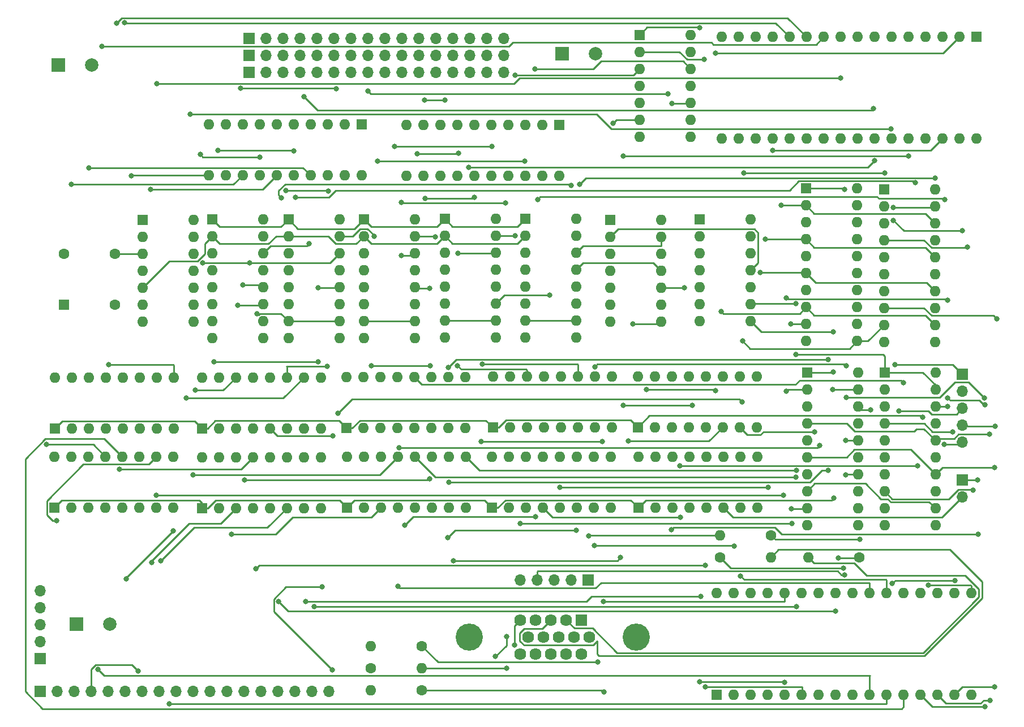
<source format=gbl>
%TF.GenerationSoftware,KiCad,Pcbnew,5.1.12-84ad8e8a86~92~ubuntu18.04.1*%
%TF.CreationDate,2022-02-09T16:29:34-05:00*%
%TF.ProjectId,kicad,6b696361-642e-46b6-9963-61645f706362,rev?*%
%TF.SameCoordinates,Original*%
%TF.FileFunction,Copper,L4,Bot*%
%TF.FilePolarity,Positive*%
%FSLAX46Y46*%
G04 Gerber Fmt 4.6, Leading zero omitted, Abs format (unit mm)*
G04 Created by KiCad (PCBNEW 5.1.12-84ad8e8a86~92~ubuntu18.04.1) date 2022-02-09 16:29:34*
%MOMM*%
%LPD*%
G01*
G04 APERTURE LIST*
%TA.AperFunction,ComponentPad*%
%ADD10C,1.600000*%
%TD*%
%TA.AperFunction,ComponentPad*%
%ADD11R,1.600000X1.600000*%
%TD*%
%TA.AperFunction,ComponentPad*%
%ADD12O,1.600000X1.600000*%
%TD*%
%TA.AperFunction,ComponentPad*%
%ADD13O,1.700000X1.700000*%
%TD*%
%TA.AperFunction,ComponentPad*%
%ADD14R,1.700000X1.700000*%
%TD*%
%TA.AperFunction,ComponentPad*%
%ADD15C,4.066000*%
%TD*%
%TA.AperFunction,ComponentPad*%
%ADD16C,1.785000*%
%TD*%
%TA.AperFunction,ComponentPad*%
%ADD17R,1.785000X1.785000*%
%TD*%
%TA.AperFunction,ComponentPad*%
%ADD18C,2.000000*%
%TD*%
%TA.AperFunction,ComponentPad*%
%ADD19R,2.000000X2.000000*%
%TD*%
%TA.AperFunction,ViaPad*%
%ADD20C,0.800000*%
%TD*%
%TA.AperFunction,Conductor*%
%ADD21C,0.250000*%
%TD*%
G04 APERTURE END LIST*
D10*
%TO.P,X1,4*%
%TO.N,GND*%
X293370000Y-196951600D03*
%TO.P,X1,5*%
%TO.N,Net-(U3-Pad3)*%
X293370000Y-189331600D03*
%TO.P,X1,8*%
%TO.N,+5V*%
X285750000Y-189331600D03*
D11*
%TO.P,X1,1*%
%TO.N,Net-(X1-Pad1)*%
X285750000Y-196951600D03*
%TD*%
D12*
%TO.P,U27,20*%
%TO.N,+5V*%
X416102800Y-207162400D03*
%TO.P,U27,10*%
%TO.N,GND*%
X408482800Y-230022400D03*
%TO.P,U27,19*%
%TO.N,Net-(U13-Pad1)*%
X416102800Y-209702400D03*
%TO.P,U27,9*%
%TO.N,Net-(U21-Pad18)*%
X408482800Y-227482400D03*
%TO.P,U27,18*%
%TO.N,Net-(U21-Pad13)*%
X416102800Y-212242400D03*
%TO.P,U27,8*%
%TO.N,Net-(J9-Pad4)*%
X408482800Y-224942400D03*
%TO.P,U27,17*%
%TO.N,Net-(U27-Pad17)*%
X416102800Y-214782400D03*
%TO.P,U27,7*%
%TO.N,Net-(U27-Pad7)*%
X408482800Y-222402400D03*
%TO.P,U27,16*%
%TO.N,Net-(U21-Pad14)*%
X416102800Y-217322400D03*
%TO.P,U27,6*%
%TO.N,Net-(J9-Pad3)*%
X408482800Y-219862400D03*
%TO.P,U27,15*%
%TO.N,Net-(U27-Pad15)*%
X416102800Y-219862400D03*
%TO.P,U27,5*%
%TO.N,Net-(U27-Pad5)*%
X408482800Y-217322400D03*
%TO.P,U27,14*%
%TO.N,Net-(U21-Pad15)*%
X416102800Y-222402400D03*
%TO.P,U27,4*%
%TO.N,Net-(J9-Pad2)*%
X408482800Y-214782400D03*
%TO.P,U27,13*%
%TO.N,Net-(U27-Pad13)*%
X416102800Y-224942400D03*
%TO.P,U27,3*%
%TO.N,Net-(U27-Pad3)*%
X408482800Y-212242400D03*
%TO.P,U27,12*%
%TO.N,Net-(U21-Pad17)*%
X416102800Y-227482400D03*
%TO.P,U27,2*%
%TO.N,Net-(J9-Pad1)*%
X408482800Y-209702400D03*
%TO.P,U27,11*%
%TO.N,Net-(J9-Pad5)*%
X416102800Y-230022400D03*
D11*
%TO.P,U27,1*%
%TO.N,Net-(U13-Pad1)*%
X408482800Y-207162400D03*
%TD*%
D12*
%TO.P,U26,20*%
%TO.N,+5V*%
X416052000Y-179679600D03*
%TO.P,U26,10*%
%TO.N,GND*%
X408432000Y-202539600D03*
%TO.P,U26,19*%
%TO.N,Net-(U1-Pad1)*%
X416052000Y-182219600D03*
%TO.P,U26,9*%
%TO.N,Net-(U23-Pad18)*%
X408432000Y-199999600D03*
%TO.P,U26,18*%
%TO.N,Net-(U23-Pad13)*%
X416052000Y-184759600D03*
%TO.P,U26,8*%
%TO.N,Net-(J9-Pad4)*%
X408432000Y-197459600D03*
%TO.P,U26,17*%
%TO.N,Net-(U26-Pad17)*%
X416052000Y-187299600D03*
%TO.P,U26,7*%
%TO.N,Net-(U26-Pad7)*%
X408432000Y-194919600D03*
%TO.P,U26,16*%
%TO.N,Net-(U23-Pad14)*%
X416052000Y-189839600D03*
%TO.P,U26,6*%
%TO.N,Net-(J9-Pad3)*%
X408432000Y-192379600D03*
%TO.P,U26,15*%
%TO.N,Net-(U26-Pad15)*%
X416052000Y-192379600D03*
%TO.P,U26,5*%
%TO.N,Net-(U26-Pad5)*%
X408432000Y-189839600D03*
%TO.P,U26,14*%
%TO.N,Net-(U23-Pad15)*%
X416052000Y-194919600D03*
%TO.P,U26,4*%
%TO.N,Net-(J9-Pad2)*%
X408432000Y-187299600D03*
%TO.P,U26,13*%
%TO.N,Net-(U26-Pad13)*%
X416052000Y-197459600D03*
%TO.P,U26,3*%
%TO.N,Net-(U26-Pad3)*%
X408432000Y-184759600D03*
%TO.P,U26,12*%
%TO.N,Net-(U23-Pad17)*%
X416052000Y-199999600D03*
%TO.P,U26,2*%
%TO.N,Net-(J9-Pad1)*%
X408432000Y-182219600D03*
%TO.P,U26,11*%
%TO.N,Net-(J9-Pad5)*%
X416052000Y-202539600D03*
D11*
%TO.P,U26,1*%
%TO.N,Net-(U1-Pad1)*%
X408432000Y-179679600D03*
%TD*%
D12*
%TO.P,U25,20*%
%TO.N,+5V*%
X404520400Y-207111600D03*
%TO.P,U25,10*%
%TO.N,GND*%
X396900400Y-229971600D03*
%TO.P,U25,19*%
%TO.N,Net-(U1-Pad1)*%
X404520400Y-209651600D03*
%TO.P,U25,9*%
%TO.N,Net-(J7-Pad5)*%
X396900400Y-227431600D03*
%TO.P,U25,18*%
%TO.N,Net-(R3-Pad1)*%
X404520400Y-212191600D03*
%TO.P,U25,8*%
%TO.N,Net-(U21-Pad17)*%
X396900400Y-224891600D03*
%TO.P,U25,17*%
%TO.N,Net-(U25-Pad17)*%
X404520400Y-214731600D03*
%TO.P,U25,7*%
%TO.N,Net-(U25-Pad7)*%
X396900400Y-222351600D03*
%TO.P,U25,16*%
%TO.N,Net-(R4-Pad1)*%
X404520400Y-217271600D03*
%TO.P,U25,6*%
%TO.N,Net-(U21-Pad15)*%
X396900400Y-219811600D03*
%TO.P,U25,15*%
%TO.N,Net-(U25-Pad15)*%
X404520400Y-219811600D03*
%TO.P,U25,5*%
%TO.N,Net-(U25-Pad5)*%
X396900400Y-217271600D03*
%TO.P,U25,14*%
%TO.N,Net-(R5-Pad1)*%
X404520400Y-222351600D03*
%TO.P,U25,4*%
%TO.N,Net-(U21-Pad14)*%
X396900400Y-214731600D03*
%TO.P,U25,13*%
%TO.N,Net-(U25-Pad13)*%
X404520400Y-224891600D03*
%TO.P,U25,3*%
%TO.N,Net-(U25-Pad3)*%
X396900400Y-212191600D03*
%TO.P,U25,12*%
%TO.N,Net-(J7-Pad4)*%
X404520400Y-227431600D03*
%TO.P,U25,2*%
%TO.N,Net-(U21-Pad13)*%
X396900400Y-209651600D03*
%TO.P,U25,11*%
%TO.N,Net-(U21-Pad18)*%
X404520400Y-229971600D03*
D11*
%TO.P,U25,1*%
%TO.N,Net-(U1-Pad1)*%
X396900400Y-207111600D03*
%TD*%
D12*
%TO.P,U24,20*%
%TO.N,+5V*%
X404368000Y-179578000D03*
%TO.P,U24,10*%
%TO.N,GND*%
X396748000Y-202438000D03*
%TO.P,U24,19*%
%TO.N,Net-(U13-Pad1)*%
X404368000Y-182118000D03*
%TO.P,U24,9*%
%TO.N,Net-(J7-Pad5)*%
X396748000Y-199898000D03*
%TO.P,U24,18*%
%TO.N,Net-(R3-Pad1)*%
X404368000Y-184658000D03*
%TO.P,U24,8*%
%TO.N,Net-(U23-Pad17)*%
X396748000Y-197358000D03*
%TO.P,U24,17*%
%TO.N,Net-(U24-Pad17)*%
X404368000Y-187198000D03*
%TO.P,U24,7*%
%TO.N,Net-(U24-Pad7)*%
X396748000Y-194818000D03*
%TO.P,U24,16*%
%TO.N,Net-(R4-Pad1)*%
X404368000Y-189738000D03*
%TO.P,U24,6*%
%TO.N,Net-(U23-Pad15)*%
X396748000Y-192278000D03*
%TO.P,U24,15*%
%TO.N,Net-(U24-Pad15)*%
X404368000Y-192278000D03*
%TO.P,U24,5*%
%TO.N,Net-(U24-Pad5)*%
X396748000Y-189738000D03*
%TO.P,U24,14*%
%TO.N,Net-(R5-Pad1)*%
X404368000Y-194818000D03*
%TO.P,U24,4*%
%TO.N,Net-(U23-Pad14)*%
X396748000Y-187198000D03*
%TO.P,U24,13*%
%TO.N,Net-(U24-Pad13)*%
X404368000Y-197358000D03*
%TO.P,U24,3*%
%TO.N,Net-(U24-Pad3)*%
X396748000Y-184658000D03*
%TO.P,U24,12*%
%TO.N,Net-(J7-Pad4)*%
X404368000Y-199898000D03*
%TO.P,U24,2*%
%TO.N,Net-(U23-Pad13)*%
X396748000Y-182118000D03*
%TO.P,U24,11*%
%TO.N,Net-(U23-Pad18)*%
X404368000Y-202438000D03*
D11*
%TO.P,U24,1*%
%TO.N,Net-(U13-Pad1)*%
X396748000Y-179578000D03*
%TD*%
D12*
%TO.P,U23,32*%
%TO.N,+5V*%
X422249600Y-172110400D03*
%TO.P,U23,16*%
%TO.N,GND*%
X384149600Y-156870400D03*
%TO.P,U23,31*%
%TO.N,Net-(U13-Pad7)*%
X419709600Y-172110400D03*
%TO.P,U23,15*%
%TO.N,Net-(U23-Pad15)*%
X386689600Y-156870400D03*
%TO.P,U23,30*%
%TO.N,Net-(U16-Pad9)*%
X417169600Y-172110400D03*
%TO.P,U23,14*%
%TO.N,Net-(U23-Pad14)*%
X389229600Y-156870400D03*
%TO.P,U23,29*%
%TO.N,Net-(U16-Pad4)*%
X414629600Y-172110400D03*
%TO.P,U23,13*%
%TO.N,Net-(U23-Pad13)*%
X391769600Y-156870400D03*
%TO.P,U23,28*%
%TO.N,Net-(U13-Pad9)*%
X412089600Y-172110400D03*
%TO.P,U23,12*%
%TO.N,Net-(U2-Pad12)*%
X394309600Y-156870400D03*
%TO.P,U23,27*%
%TO.N,Net-(U23-Pad27)*%
X409549600Y-172110400D03*
%TO.P,U23,11*%
%TO.N,Net-(U2-Pad9)*%
X396849600Y-156870400D03*
%TO.P,U23,26*%
%TO.N,Net-(U23-Pad26)*%
X407009600Y-172110400D03*
%TO.P,U23,10*%
%TO.N,Net-(U2-Pad4)*%
X399389600Y-156870400D03*
%TO.P,U23,25*%
%TO.N,Net-(U23-Pad25)*%
X404469600Y-172110400D03*
%TO.P,U23,9*%
%TO.N,Net-(U2-Pad7)*%
X401929600Y-156870400D03*
%TO.P,U23,24*%
%TO.N,Net-(U13-Pad1)*%
X401929600Y-172110400D03*
%TO.P,U23,8*%
%TO.N,Net-(U23-Pad8)*%
X404469600Y-156870400D03*
%TO.P,U23,23*%
%TO.N,Net-(U23-Pad23)*%
X399389600Y-172110400D03*
%TO.P,U23,7*%
%TO.N,Net-(U23-Pad7)*%
X407009600Y-156870400D03*
%TO.P,U23,22*%
%TO.N,Net-(U16-Pad7)*%
X396849600Y-172110400D03*
%TO.P,U23,6*%
%TO.N,Net-(U23-Pad6)*%
X409549600Y-156870400D03*
%TO.P,U23,21*%
%TO.N,Net-(U23-Pad21)*%
X394309600Y-172110400D03*
%TO.P,U23,5*%
%TO.N,Net-(U23-Pad5)*%
X412089600Y-156870400D03*
%TO.P,U23,20*%
%TO.N,Net-(U23-Pad20)*%
X391769600Y-172110400D03*
%TO.P,U23,4*%
%TO.N,Net-(U13-Pad12)*%
X414629600Y-156870400D03*
%TO.P,U23,19*%
%TO.N,Net-(U23-Pad19)*%
X389229600Y-172110400D03*
%TO.P,U23,3*%
%TO.N,Net-(U13-Pad4)*%
X417169600Y-156870400D03*
%TO.P,U23,18*%
%TO.N,Net-(U23-Pad18)*%
X386689600Y-172110400D03*
%TO.P,U23,2*%
%TO.N,Net-(U16-Pad12)*%
X419709600Y-156870400D03*
%TO.P,U23,17*%
%TO.N,Net-(U23-Pad17)*%
X384149600Y-172110400D03*
D11*
%TO.P,U23,1*%
%TO.N,GND*%
X422249600Y-156870400D03*
%TD*%
D12*
%TO.P,U22,14*%
%TO.N,+5V*%
X388467600Y-184200800D03*
%TO.P,U22,7*%
%TO.N,GND*%
X380847600Y-199440800D03*
%TO.P,U22,13*%
%TO.N,+5V*%
X388467600Y-186740800D03*
%TO.P,U22,6*%
%TO.N,Net-(U22-Pad6)*%
X380847600Y-196900800D03*
%TO.P,U22,12*%
%TO.N,Net-(U1-Pad1)*%
X388467600Y-189280800D03*
%TO.P,U22,5*%
%TO.N,Net-(U22-Pad5)*%
X380847600Y-194360800D03*
%TO.P,U22,11*%
%TO.N,Net-(U20-Pad2)*%
X388467600Y-191820800D03*
%TO.P,U22,4*%
%TO.N,Net-(U22-Pad4)*%
X380847600Y-191820800D03*
%TO.P,U22,10*%
%TO.N,+5V*%
X388467600Y-194360800D03*
%TO.P,U22,3*%
%TO.N,Net-(U22-Pad3)*%
X380847600Y-189280800D03*
%TO.P,U22,9*%
%TO.N,Net-(U13-Pad1)*%
X388467600Y-196900800D03*
%TO.P,U22,2*%
%TO.N,Net-(U22-Pad2)*%
X380847600Y-186740800D03*
%TO.P,U22,8*%
%TO.N,Net-(U1-Pad1)*%
X388467600Y-199440800D03*
D11*
%TO.P,U22,1*%
%TO.N,Net-(U22-Pad1)*%
X380847600Y-184200800D03*
%TD*%
D12*
%TO.P,U21,32*%
%TO.N,+5V*%
X383387600Y-240182400D03*
%TO.P,U21,16*%
%TO.N,GND*%
X421487600Y-255422400D03*
%TO.P,U21,31*%
%TO.N,Net-(U12-Pad7)*%
X385927600Y-240182400D03*
%TO.P,U21,15*%
%TO.N,Net-(U21-Pad15)*%
X418947600Y-255422400D03*
%TO.P,U21,30*%
%TO.N,Net-(U15-Pad9)*%
X388467600Y-240182400D03*
%TO.P,U21,14*%
%TO.N,Net-(U21-Pad14)*%
X416407600Y-255422400D03*
%TO.P,U21,29*%
%TO.N,Net-(U15-Pad4)*%
X391007600Y-240182400D03*
%TO.P,U21,13*%
%TO.N,Net-(U21-Pad13)*%
X413867600Y-255422400D03*
%TO.P,U21,28*%
%TO.N,Net-(U12-Pad9)*%
X393547600Y-240182400D03*
%TO.P,U21,12*%
%TO.N,Net-(U1-Pad12)*%
X411327600Y-255422400D03*
%TO.P,U21,27*%
%TO.N,Net-(U21-Pad27)*%
X396087600Y-240182400D03*
%TO.P,U21,11*%
%TO.N,Net-(U1-Pad9)*%
X408787600Y-255422400D03*
%TO.P,U21,26*%
%TO.N,Net-(U21-Pad26)*%
X398627600Y-240182400D03*
%TO.P,U21,10*%
%TO.N,Net-(U1-Pad4)*%
X406247600Y-255422400D03*
%TO.P,U21,25*%
%TO.N,Net-(U21-Pad25)*%
X401167600Y-240182400D03*
%TO.P,U21,9*%
%TO.N,Net-(U1-Pad7)*%
X403707600Y-255422400D03*
%TO.P,U21,24*%
%TO.N,Net-(U1-Pad1)*%
X403707600Y-240182400D03*
%TO.P,U21,8*%
%TO.N,Net-(U21-Pad8)*%
X401167600Y-255422400D03*
%TO.P,U21,23*%
%TO.N,Net-(U21-Pad23)*%
X406247600Y-240182400D03*
%TO.P,U21,7*%
%TO.N,Net-(U21-Pad7)*%
X398627600Y-255422400D03*
%TO.P,U21,22*%
%TO.N,Net-(U15-Pad7)*%
X408787600Y-240182400D03*
%TO.P,U21,6*%
%TO.N,Net-(U21-Pad6)*%
X396087600Y-255422400D03*
%TO.P,U21,21*%
%TO.N,Net-(U21-Pad21)*%
X411327600Y-240182400D03*
%TO.P,U21,5*%
%TO.N,Net-(U21-Pad5)*%
X393547600Y-255422400D03*
%TO.P,U21,20*%
%TO.N,Net-(U21-Pad20)*%
X413867600Y-240182400D03*
%TO.P,U21,4*%
%TO.N,Net-(U12-Pad12)*%
X391007600Y-255422400D03*
%TO.P,U21,19*%
%TO.N,Net-(U21-Pad19)*%
X416407600Y-240182400D03*
%TO.P,U21,3*%
%TO.N,Net-(U12-Pad4)*%
X388467600Y-255422400D03*
%TO.P,U21,18*%
%TO.N,Net-(U21-Pad18)*%
X418947600Y-240182400D03*
%TO.P,U21,2*%
%TO.N,Net-(U15-Pad12)*%
X385927600Y-255422400D03*
%TO.P,U21,17*%
%TO.N,Net-(U21-Pad17)*%
X421487600Y-240182400D03*
D11*
%TO.P,U21,1*%
%TO.N,GND*%
X383387600Y-255422400D03*
%TD*%
D12*
%TO.P,U20,14*%
%TO.N,+5V*%
X375056400Y-184251600D03*
%TO.P,U20,7*%
%TO.N,GND*%
X367436400Y-199491600D03*
%TO.P,U20,13*%
%TO.N,Net-(U15-Pad14)*%
X375056400Y-186791600D03*
%TO.P,U20,6*%
%TO.N,Net-(U20-Pad6)*%
X367436400Y-196951600D03*
%TO.P,U20,12*%
%TO.N,Net-(U18-Pad10)*%
X375056400Y-189331600D03*
%TO.P,U20,5*%
%TO.N,Net-(U20-Pad5)*%
X367436400Y-194411600D03*
%TO.P,U20,11*%
%TO.N,Net-(U15-Pad11)*%
X375056400Y-191871600D03*
%TO.P,U20,4*%
%TO.N,Net-(U20-Pad4)*%
X367436400Y-191871600D03*
%TO.P,U20,10*%
%TO.N,Net-(U18-Pad9)*%
X375056400Y-194411600D03*
%TO.P,U20,3*%
%TO.N,Net-(U20-Pad3)*%
X367436400Y-189331600D03*
%TO.P,U20,9*%
%TO.N,Net-(J5-Pad1)*%
X375056400Y-196951600D03*
%TO.P,U20,2*%
%TO.N,Net-(U20-Pad2)*%
X367436400Y-186791600D03*
%TO.P,U20,8*%
%TO.N,Net-(U18-Pad5)*%
X375056400Y-199491600D03*
D11*
%TO.P,U20,1*%
%TO.N,Net-(U18-Pad6)*%
X367436400Y-184251600D03*
%TD*%
D12*
%TO.P,U19,16*%
%TO.N,+5V*%
X362407200Y-184099200D03*
%TO.P,U19,8*%
%TO.N,GND*%
X354787200Y-201879200D03*
%TO.P,U19,15*%
%TO.N,Net-(U19-Pad15)*%
X362407200Y-186639200D03*
%TO.P,U19,7*%
%TO.N,Net-(U17-Pad15)*%
X354787200Y-199339200D03*
%TO.P,U19,14*%
%TO.N,Net-(U15-Pad14)*%
X362407200Y-189179200D03*
%TO.P,U19,6*%
%TO.N,Net-(U19-Pad6)*%
X354787200Y-196799200D03*
%TO.P,U19,13*%
%TO.N,Net-(U15-Pad11)*%
X362407200Y-191719200D03*
%TO.P,U19,5*%
%TO.N,Net-(U19-Pad5)*%
X354787200Y-194259200D03*
%TO.P,U19,12*%
%TO.N,Net-(U19-Pad12)*%
X362407200Y-194259200D03*
%TO.P,U19,4*%
%TO.N,Net-(U19-Pad4)*%
X354787200Y-191719200D03*
%TO.P,U19,11*%
%TO.N,Net-(U19-Pad11)*%
X362407200Y-196799200D03*
%TO.P,U19,3*%
%TO.N,Net-(U19-Pad3)*%
X354787200Y-189179200D03*
%TO.P,U19,10*%
%TO.N,Net-(U17-Pad15)*%
X362407200Y-199339200D03*
%TO.P,U19,2*%
%TO.N,Net-(U11-Pad2)*%
X354787200Y-186639200D03*
%TO.P,U19,9*%
%TO.N,+5V*%
X362407200Y-201879200D03*
D11*
%TO.P,U19,1*%
%TO.N,Net-(U11-Pad1)*%
X354787200Y-184099200D03*
%TD*%
D12*
%TO.P,U18,14*%
%TO.N,+5V*%
X379476000Y-156565600D03*
%TO.P,U18,7*%
%TO.N,GND*%
X371856000Y-171805600D03*
%TO.P,U18,13*%
%TO.N,Net-(U18-Pad13)*%
X379476000Y-159105600D03*
%TO.P,U18,6*%
%TO.N,Net-(U18-Pad6)*%
X371856000Y-169265600D03*
%TO.P,U18,12*%
%TO.N,Net-(U10-Pad19)*%
X379476000Y-161645600D03*
%TO.P,U18,5*%
%TO.N,Net-(U18-Pad5)*%
X371856000Y-166725600D03*
%TO.P,U18,11*%
%TO.N,Net-(U18-Pad1)*%
X379476000Y-164185600D03*
%TO.P,U18,4*%
%TO.N,Net-(J5-Pad2)*%
X371856000Y-164185600D03*
%TO.P,U18,10*%
%TO.N,Net-(U18-Pad10)*%
X379476000Y-166725600D03*
%TO.P,U18,3*%
%TO.N,Net-(U11-Pad1)*%
X371856000Y-161645600D03*
%TO.P,U18,9*%
%TO.N,Net-(U18-Pad9)*%
X379476000Y-169265600D03*
%TO.P,U18,2*%
%TO.N,Net-(U18-Pad2)*%
X371856000Y-159105600D03*
%TO.P,U18,8*%
X379476000Y-171805600D03*
D11*
%TO.P,U18,1*%
%TO.N,Net-(U18-Pad1)*%
X371856000Y-156565600D03*
%TD*%
D12*
%TO.P,U17,16*%
%TO.N,Net-(U17-Pad16)*%
X350316800Y-184150000D03*
%TO.P,U17,8*%
%TO.N,Net-(U17-Pad8)*%
X342696800Y-201930000D03*
%TO.P,U17,15*%
%TO.N,Net-(U17-Pad15)*%
X350316800Y-186690000D03*
%TO.P,U17,7*%
%TO.N,Net-(U14-Pad15)*%
X342696800Y-199390000D03*
%TO.P,U17,14*%
%TO.N,Net-(U10-Pad8)*%
X350316800Y-189230000D03*
%TO.P,U17,6*%
%TO.N,Net-(U17-Pad6)*%
X342696800Y-196850000D03*
%TO.P,U17,13*%
%TO.N,Net-(U10-Pad6)*%
X350316800Y-191770000D03*
%TO.P,U17,5*%
%TO.N,Net-(U17-Pad5)*%
X342696800Y-194310000D03*
%TO.P,U17,12*%
%TO.N,Net-(U10-Pad4)*%
X350316800Y-194310000D03*
%TO.P,U17,4*%
%TO.N,Net-(U17-Pad4)*%
X342696800Y-191770000D03*
%TO.P,U17,11*%
%TO.N,Net-(U10-Pad2)*%
X350316800Y-196850000D03*
%TO.P,U17,3*%
%TO.N,Net-(U17-Pad3)*%
X342696800Y-189230000D03*
%TO.P,U17,10*%
%TO.N,Net-(U14-Pad15)*%
X350316800Y-199390000D03*
%TO.P,U17,2*%
%TO.N,Net-(U11-Pad2)*%
X342696800Y-186690000D03*
%TO.P,U17,9*%
%TO.N,+5V*%
X350316800Y-201930000D03*
D11*
%TO.P,U17,1*%
%TO.N,Net-(U11-Pad1)*%
X342696800Y-184150000D03*
%TD*%
D12*
%TO.P,U16,16*%
%TO.N,+5V*%
X371602000Y-207721200D03*
%TO.P,U16,8*%
%TO.N,GND*%
X389382000Y-215341200D03*
%TO.P,U16,15*%
X374142000Y-207721200D03*
%TO.P,U16,7*%
%TO.N,Net-(U16-Pad7)*%
X386842000Y-215341200D03*
%TO.P,U16,14*%
%TO.N,Net-(U15-Pad14)*%
X376682000Y-207721200D03*
%TO.P,U16,6*%
%TO.N,Net-(J5-Pad2)*%
X384302000Y-215341200D03*
%TO.P,U16,13*%
%TO.N,Net-(J2-Pad17)*%
X379222000Y-207721200D03*
%TO.P,U16,5*%
%TO.N,GND*%
X381762000Y-215341200D03*
%TO.P,U16,12*%
%TO.N,Net-(U16-Pad12)*%
X381762000Y-207721200D03*
%TO.P,U16,4*%
%TO.N,Net-(U16-Pad4)*%
X379222000Y-215341200D03*
%TO.P,U16,11*%
%TO.N,Net-(U15-Pad11)*%
X384302000Y-207721200D03*
%TO.P,U16,3*%
%TO.N,Net-(J5-Pad1)*%
X376682000Y-215341200D03*
%TO.P,U16,10*%
%TO.N,Net-(J2-Pad18)*%
X386842000Y-207721200D03*
%TO.P,U16,2*%
%TO.N,+5V*%
X374142000Y-215341200D03*
%TO.P,U16,9*%
%TO.N,Net-(U16-Pad9)*%
X389382000Y-207721200D03*
D11*
%TO.P,U16,1*%
%TO.N,Net-(U13-Pad1)*%
X371602000Y-215341200D03*
%TD*%
D12*
%TO.P,U15,16*%
%TO.N,+5V*%
X371652800Y-219760800D03*
%TO.P,U15,8*%
%TO.N,GND*%
X389432800Y-227380800D03*
%TO.P,U15,15*%
X374192800Y-219760800D03*
%TO.P,U15,7*%
%TO.N,Net-(U15-Pad7)*%
X386892800Y-227380800D03*
%TO.P,U15,14*%
%TO.N,Net-(U15-Pad14)*%
X376732800Y-219760800D03*
%TO.P,U15,6*%
%TO.N,Net-(J5-Pad2)*%
X384352800Y-227380800D03*
%TO.P,U15,13*%
%TO.N,Net-(J2-Pad17)*%
X379272800Y-219760800D03*
%TO.P,U15,5*%
%TO.N,GND*%
X381812800Y-227380800D03*
%TO.P,U15,12*%
%TO.N,Net-(U15-Pad12)*%
X381812800Y-219760800D03*
%TO.P,U15,4*%
%TO.N,Net-(U15-Pad4)*%
X379272800Y-227380800D03*
%TO.P,U15,11*%
%TO.N,Net-(U15-Pad11)*%
X384352800Y-219760800D03*
%TO.P,U15,3*%
%TO.N,Net-(J5-Pad1)*%
X376732800Y-227380800D03*
%TO.P,U15,10*%
%TO.N,Net-(J2-Pad18)*%
X386892800Y-219760800D03*
%TO.P,U15,2*%
%TO.N,+5V*%
X374192800Y-227380800D03*
%TO.P,U15,9*%
%TO.N,Net-(U15-Pad9)*%
X389432800Y-219760800D03*
D11*
%TO.P,U15,1*%
%TO.N,Net-(U1-Pad1)*%
X371652800Y-227380800D03*
%TD*%
D12*
%TO.P,U14,16*%
%TO.N,+5V*%
X338226400Y-184200800D03*
%TO.P,U14,8*%
%TO.N,GND*%
X330606400Y-201980800D03*
%TO.P,U14,15*%
%TO.N,Net-(U14-Pad15)*%
X338226400Y-186740800D03*
%TO.P,U14,7*%
%TO.N,Net-(U11-Pad15)*%
X330606400Y-199440800D03*
%TO.P,U14,14*%
%TO.N,Net-(U10-Pad17)*%
X338226400Y-189280800D03*
%TO.P,U14,6*%
%TO.N,Net-(U14-Pad6)*%
X330606400Y-196900800D03*
%TO.P,U14,13*%
%TO.N,Net-(U10-Pad15)*%
X338226400Y-191820800D03*
%TO.P,U14,5*%
%TO.N,Net-(U14-Pad5)*%
X330606400Y-194360800D03*
%TO.P,U14,12*%
%TO.N,Net-(U10-Pad13)*%
X338226400Y-194360800D03*
%TO.P,U14,4*%
%TO.N,Net-(U14-Pad4)*%
X330606400Y-191820800D03*
%TO.P,U14,11*%
%TO.N,Net-(U10-Pad11)*%
X338226400Y-196900800D03*
%TO.P,U14,3*%
%TO.N,Net-(U14-Pad3)*%
X330606400Y-189280800D03*
%TO.P,U14,10*%
%TO.N,Net-(U11-Pad15)*%
X338226400Y-199440800D03*
%TO.P,U14,2*%
%TO.N,Net-(U11-Pad2)*%
X330606400Y-186740800D03*
%TO.P,U14,9*%
%TO.N,+5V*%
X338226400Y-201980800D03*
D11*
%TO.P,U14,1*%
%TO.N,Net-(U11-Pad1)*%
X330606400Y-184200800D03*
%TD*%
D12*
%TO.P,U13,16*%
%TO.N,+5V*%
X349910400Y-207772000D03*
%TO.P,U13,8*%
%TO.N,GND*%
X367690400Y-215392000D03*
%TO.P,U13,15*%
X352450400Y-207772000D03*
%TO.P,U13,7*%
%TO.N,Net-(U13-Pad7)*%
X365150400Y-215392000D03*
%TO.P,U13,14*%
%TO.N,Net-(U10-Pad8)*%
X354990400Y-207772000D03*
%TO.P,U13,6*%
%TO.N,Net-(J2-Pad16)*%
X362610400Y-215392000D03*
%TO.P,U13,13*%
%TO.N,Net-(J2-Pad13)*%
X357530400Y-207772000D03*
%TO.P,U13,5*%
%TO.N,Net-(U10-Pad2)*%
X360070400Y-215392000D03*
%TO.P,U13,12*%
%TO.N,Net-(U13-Pad12)*%
X360070400Y-207772000D03*
%TO.P,U13,4*%
%TO.N,Net-(U13-Pad4)*%
X357530400Y-215392000D03*
%TO.P,U13,11*%
%TO.N,Net-(U10-Pad6)*%
X362610400Y-207772000D03*
%TO.P,U13,3*%
%TO.N,Net-(J2-Pad15)*%
X354990400Y-215392000D03*
%TO.P,U13,10*%
%TO.N,Net-(J2-Pad14)*%
X365150400Y-207772000D03*
%TO.P,U13,2*%
%TO.N,Net-(U10-Pad4)*%
X352450400Y-215392000D03*
%TO.P,U13,9*%
%TO.N,Net-(U13-Pad9)*%
X367690400Y-207772000D03*
D11*
%TO.P,U13,1*%
%TO.N,Net-(U13-Pad1)*%
X349910400Y-215392000D03*
%TD*%
D12*
%TO.P,U12,16*%
%TO.N,+5V*%
X349758000Y-219760800D03*
%TO.P,U12,8*%
%TO.N,GND*%
X367538000Y-227380800D03*
%TO.P,U12,15*%
X352298000Y-219760800D03*
%TO.P,U12,7*%
%TO.N,Net-(U12-Pad7)*%
X364998000Y-227380800D03*
%TO.P,U12,14*%
%TO.N,Net-(U10-Pad8)*%
X354838000Y-219760800D03*
%TO.P,U12,6*%
%TO.N,Net-(J2-Pad16)*%
X362458000Y-227380800D03*
%TO.P,U12,13*%
%TO.N,Net-(J2-Pad13)*%
X357378000Y-219760800D03*
%TO.P,U12,5*%
%TO.N,Net-(U10-Pad2)*%
X359918000Y-227380800D03*
%TO.P,U12,12*%
%TO.N,Net-(U12-Pad12)*%
X359918000Y-219760800D03*
%TO.P,U12,4*%
%TO.N,Net-(U12-Pad4)*%
X357378000Y-227380800D03*
%TO.P,U12,11*%
%TO.N,Net-(U10-Pad6)*%
X362458000Y-219760800D03*
%TO.P,U12,3*%
%TO.N,Net-(J2-Pad15)*%
X354838000Y-227380800D03*
%TO.P,U12,10*%
%TO.N,Net-(J2-Pad14)*%
X364998000Y-219760800D03*
%TO.P,U12,2*%
%TO.N,Net-(U10-Pad4)*%
X352298000Y-227380800D03*
%TO.P,U12,9*%
%TO.N,Net-(U12-Pad9)*%
X367538000Y-219760800D03*
D11*
%TO.P,U12,1*%
%TO.N,Net-(U1-Pad1)*%
X349758000Y-227380800D03*
%TD*%
D12*
%TO.P,U11,16*%
%TO.N,+5V*%
X326948800Y-184200800D03*
%TO.P,U11,8*%
%TO.N,GND*%
X319328800Y-201980800D03*
%TO.P,U11,15*%
%TO.N,Net-(U11-Pad15)*%
X326948800Y-186740800D03*
%TO.P,U11,7*%
%TO.N,Net-(U11-Pad10)*%
X319328800Y-199440800D03*
%TO.P,U11,14*%
%TO.N,Net-(U11-Pad14)*%
X326948800Y-189280800D03*
%TO.P,U11,6*%
%TO.N,Net-(U11-Pad6)*%
X319328800Y-196900800D03*
%TO.P,U11,13*%
%TO.N,Net-(U11-Pad13)*%
X326948800Y-191820800D03*
%TO.P,U11,5*%
%TO.N,Net-(U11-Pad5)*%
X319328800Y-194360800D03*
%TO.P,U11,12*%
%TO.N,Net-(U11-Pad12)*%
X326948800Y-194360800D03*
%TO.P,U11,4*%
%TO.N,Net-(U11-Pad4)*%
X319328800Y-191820800D03*
%TO.P,U11,11*%
%TO.N,Net-(U11-Pad11)*%
X326948800Y-196900800D03*
%TO.P,U11,3*%
%TO.N,Net-(U11-Pad3)*%
X319328800Y-189280800D03*
%TO.P,U11,10*%
%TO.N,Net-(U11-Pad10)*%
X326948800Y-199440800D03*
%TO.P,U11,2*%
%TO.N,Net-(U11-Pad2)*%
X319328800Y-186740800D03*
%TO.P,U11,9*%
%TO.N,+5V*%
X326948800Y-201980800D03*
D11*
%TO.P,U11,1*%
%TO.N,Net-(U11-Pad1)*%
X319328800Y-184200800D03*
%TD*%
D12*
%TO.P,U10,20*%
%TO.N,+5V*%
X359816400Y-177647600D03*
%TO.P,U10,10*%
%TO.N,GND*%
X336956400Y-170027600D03*
%TO.P,U10,19*%
%TO.N,Net-(U10-Pad19)*%
X357276400Y-177647600D03*
%TO.P,U10,9*%
%TO.N,Net-(J3-Pad13)*%
X339496400Y-170027600D03*
%TO.P,U10,18*%
%TO.N,Net-(J3-Pad9)*%
X354736400Y-177647600D03*
%TO.P,U10,8*%
%TO.N,Net-(U10-Pad8)*%
X342036400Y-170027600D03*
%TO.P,U10,17*%
%TO.N,Net-(U10-Pad17)*%
X352196400Y-177647600D03*
%TO.P,U10,7*%
%TO.N,Net-(J3-Pad14)*%
X344576400Y-170027600D03*
%TO.P,U10,16*%
%TO.N,Net-(J3-Pad10)*%
X349656400Y-177647600D03*
%TO.P,U10,6*%
%TO.N,Net-(U10-Pad6)*%
X347116400Y-170027600D03*
%TO.P,U10,15*%
%TO.N,Net-(U10-Pad15)*%
X347116400Y-177647600D03*
%TO.P,U10,5*%
%TO.N,Net-(J3-Pad15)*%
X349656400Y-170027600D03*
%TO.P,U10,14*%
%TO.N,Net-(J3-Pad11)*%
X344576400Y-177647600D03*
%TO.P,U10,4*%
%TO.N,Net-(U10-Pad4)*%
X352196400Y-170027600D03*
%TO.P,U10,13*%
%TO.N,Net-(U10-Pad13)*%
X342036400Y-177647600D03*
%TO.P,U10,3*%
%TO.N,Net-(J3-Pad16)*%
X354736400Y-170027600D03*
%TO.P,U10,12*%
%TO.N,Net-(J3-Pad12)*%
X339496400Y-177647600D03*
%TO.P,U10,2*%
%TO.N,Net-(U10-Pad2)*%
X357276400Y-170027600D03*
%TO.P,U10,11*%
%TO.N,Net-(U10-Pad11)*%
X336956400Y-177647600D03*
D11*
%TO.P,U10,1*%
%TO.N,Net-(U10-Pad1)*%
X359816400Y-170027600D03*
%TD*%
D12*
%TO.P,U9,16*%
%TO.N,+5V*%
X328066400Y-219760800D03*
%TO.P,U9,8*%
%TO.N,GND*%
X345846400Y-227380800D03*
%TO.P,U9,15*%
X330606400Y-219760800D03*
%TO.P,U9,7*%
%TO.N,Net-(U21-Pad25)*%
X343306400Y-227380800D03*
%TO.P,U9,14*%
%TO.N,Net-(U10-Pad17)*%
X333146400Y-219760800D03*
%TO.P,U9,6*%
%TO.N,Net-(J2-Pad12)*%
X340766400Y-227380800D03*
%TO.P,U9,13*%
%TO.N,Net-(J2-Pad9)*%
X335686400Y-219760800D03*
%TO.P,U9,5*%
%TO.N,Net-(U10-Pad11)*%
X338226400Y-227380800D03*
%TO.P,U9,12*%
%TO.N,Net-(U21-Pad27)*%
X338226400Y-219760800D03*
%TO.P,U9,4*%
%TO.N,Net-(U21-Pad23)*%
X335686400Y-227380800D03*
%TO.P,U9,11*%
%TO.N,Net-(U10-Pad15)*%
X340766400Y-219760800D03*
%TO.P,U9,3*%
%TO.N,Net-(J2-Pad11)*%
X333146400Y-227380800D03*
%TO.P,U9,10*%
%TO.N,Net-(J2-Pad10)*%
X343306400Y-219760800D03*
%TO.P,U9,2*%
%TO.N,Net-(U10-Pad13)*%
X330606400Y-227380800D03*
%TO.P,U9,9*%
%TO.N,Net-(U21-Pad26)*%
X345846400Y-219760800D03*
D11*
%TO.P,U9,1*%
%TO.N,Net-(U1-Pad1)*%
X328066400Y-227380800D03*
%TD*%
D12*
%TO.P,U8,16*%
%TO.N,+5V*%
X328015600Y-207822800D03*
%TO.P,U8,8*%
%TO.N,GND*%
X345795600Y-215442800D03*
%TO.P,U8,15*%
X330555600Y-207822800D03*
%TO.P,U8,7*%
%TO.N,Net-(U23-Pad25)*%
X343255600Y-215442800D03*
%TO.P,U8,14*%
%TO.N,Net-(U10-Pad17)*%
X333095600Y-207822800D03*
%TO.P,U8,6*%
%TO.N,Net-(J2-Pad12)*%
X340715600Y-215442800D03*
%TO.P,U8,13*%
%TO.N,Net-(J2-Pad9)*%
X335635600Y-207822800D03*
%TO.P,U8,5*%
%TO.N,Net-(U10-Pad11)*%
X338175600Y-215442800D03*
%TO.P,U8,12*%
%TO.N,Net-(U23-Pad27)*%
X338175600Y-207822800D03*
%TO.P,U8,4*%
%TO.N,Net-(U23-Pad23)*%
X335635600Y-215442800D03*
%TO.P,U8,11*%
%TO.N,Net-(U10-Pad15)*%
X340715600Y-207822800D03*
%TO.P,U8,3*%
%TO.N,Net-(J2-Pad11)*%
X333095600Y-215442800D03*
%TO.P,U8,10*%
%TO.N,Net-(J2-Pad10)*%
X343255600Y-207822800D03*
%TO.P,U8,2*%
%TO.N,Net-(U10-Pad13)*%
X330555600Y-215442800D03*
%TO.P,U8,9*%
%TO.N,Net-(U23-Pad26)*%
X345795600Y-207822800D03*
D11*
%TO.P,U8,1*%
%TO.N,Net-(U13-Pad1)*%
X328015600Y-215442800D03*
%TD*%
D12*
%TO.P,U7,16*%
%TO.N,+5V*%
X315569600Y-184200800D03*
%TO.P,U7,8*%
%TO.N,GND*%
X307949600Y-201980800D03*
%TO.P,U7,15*%
%TO.N,Net-(U11-Pad10)*%
X315569600Y-186740800D03*
%TO.P,U7,7*%
%TO.N,+5V*%
X307949600Y-199440800D03*
%TO.P,U7,14*%
%TO.N,Net-(U1-Pad14)*%
X315569600Y-189280800D03*
%TO.P,U7,6*%
%TO.N,Net-(U7-Pad6)*%
X307949600Y-196900800D03*
%TO.P,U7,13*%
%TO.N,Net-(U1-Pad11)*%
X315569600Y-191820800D03*
%TO.P,U7,5*%
%TO.N,Net-(U7-Pad5)*%
X307949600Y-194360800D03*
%TO.P,U7,12*%
%TO.N,Net-(U1-Pad2)*%
X315569600Y-194360800D03*
%TO.P,U7,4*%
%TO.N,Net-(U7-Pad4)*%
X307949600Y-191820800D03*
%TO.P,U7,11*%
%TO.N,Net-(U1-Pad5)*%
X315569600Y-196900800D03*
%TO.P,U7,3*%
%TO.N,Net-(U7-Pad3)*%
X307949600Y-189280800D03*
%TO.P,U7,10*%
%TO.N,+5V*%
X315569600Y-199440800D03*
%TO.P,U7,2*%
%TO.N,Net-(U11-Pad2)*%
X307949600Y-186740800D03*
%TO.P,U7,9*%
%TO.N,+5V*%
X315569600Y-201980800D03*
D11*
%TO.P,U7,1*%
%TO.N,Net-(U11-Pad1)*%
X307949600Y-184200800D03*
%TD*%
D12*
%TO.P,U6,16*%
%TO.N,+5V*%
X306425600Y-219811600D03*
%TO.P,U6,8*%
%TO.N,GND*%
X324205600Y-227431600D03*
%TO.P,U6,15*%
X308965600Y-219811600D03*
%TO.P,U6,7*%
%TO.N,Net-(U21-Pad5)*%
X321665600Y-227431600D03*
%TO.P,U6,14*%
%TO.N,Net-(U11-Pad14)*%
X311505600Y-219811600D03*
%TO.P,U6,6*%
%TO.N,Net-(J2-Pad8)*%
X319125600Y-227431600D03*
%TO.P,U6,13*%
%TO.N,Net-(J2-Pad5)*%
X314045600Y-219811600D03*
%TO.P,U6,5*%
%TO.N,Net-(U11-Pad11)*%
X316585600Y-227431600D03*
%TO.P,U6,12*%
%TO.N,Net-(U21-Pad8)*%
X316585600Y-219811600D03*
%TO.P,U6,4*%
%TO.N,Net-(U21-Pad6)*%
X314045600Y-227431600D03*
%TO.P,U6,11*%
%TO.N,Net-(U11-Pad13)*%
X319125600Y-219811600D03*
%TO.P,U6,3*%
%TO.N,Net-(J2-Pad7)*%
X311505600Y-227431600D03*
%TO.P,U6,10*%
%TO.N,Net-(J2-Pad6)*%
X321665600Y-219811600D03*
%TO.P,U6,2*%
%TO.N,Net-(U11-Pad12)*%
X308965600Y-227431600D03*
%TO.P,U6,9*%
%TO.N,Net-(U21-Pad7)*%
X324205600Y-219811600D03*
D11*
%TO.P,U6,1*%
%TO.N,Net-(U1-Pad1)*%
X306425600Y-227431600D03*
%TD*%
D12*
%TO.P,U5,16*%
%TO.N,+5V*%
X306374800Y-207873600D03*
%TO.P,U5,8*%
%TO.N,GND*%
X324154800Y-215493600D03*
%TO.P,U5,15*%
X308914800Y-207873600D03*
%TO.P,U5,7*%
%TO.N,Net-(U23-Pad5)*%
X321614800Y-215493600D03*
%TO.P,U5,14*%
%TO.N,Net-(U11-Pad14)*%
X311454800Y-207873600D03*
%TO.P,U5,6*%
%TO.N,Net-(J2-Pad8)*%
X319074800Y-215493600D03*
%TO.P,U5,13*%
%TO.N,Net-(J2-Pad5)*%
X313994800Y-207873600D03*
%TO.P,U5,5*%
%TO.N,Net-(U11-Pad11)*%
X316534800Y-215493600D03*
%TO.P,U5,12*%
%TO.N,Net-(U23-Pad8)*%
X316534800Y-207873600D03*
%TO.P,U5,4*%
%TO.N,Net-(U23-Pad6)*%
X313994800Y-215493600D03*
%TO.P,U5,11*%
%TO.N,Net-(U11-Pad13)*%
X319074800Y-207873600D03*
%TO.P,U5,3*%
%TO.N,Net-(J2-Pad7)*%
X311454800Y-215493600D03*
%TO.P,U5,10*%
%TO.N,Net-(J2-Pad6)*%
X321614800Y-207873600D03*
%TO.P,U5,2*%
%TO.N,Net-(U11-Pad12)*%
X308914800Y-215493600D03*
%TO.P,U5,9*%
%TO.N,Net-(U23-Pad7)*%
X324154800Y-207873600D03*
D11*
%TO.P,U5,1*%
%TO.N,Net-(U13-Pad1)*%
X306374800Y-215493600D03*
%TD*%
D12*
%TO.P,U4,20*%
%TO.N,+5V*%
X330250800Y-177596800D03*
%TO.P,U4,10*%
%TO.N,GND*%
X307390800Y-169976800D03*
%TO.P,U4,19*%
%TO.N,Net-(U18-Pad13)*%
X327710800Y-177596800D03*
%TO.P,U4,9*%
%TO.N,Net-(J3-Pad5)*%
X309930800Y-169976800D03*
%TO.P,U4,18*%
%TO.N,Net-(J3-Pad1)*%
X325170800Y-177596800D03*
%TO.P,U4,8*%
%TO.N,Net-(U11-Pad14)*%
X312470800Y-169976800D03*
%TO.P,U4,17*%
%TO.N,Net-(U1-Pad14)*%
X322630800Y-177596800D03*
%TO.P,U4,7*%
%TO.N,Net-(J3-Pad6)*%
X315010800Y-169976800D03*
%TO.P,U4,16*%
%TO.N,Net-(J3-Pad2)*%
X320090800Y-177596800D03*
%TO.P,U4,6*%
%TO.N,Net-(U11-Pad13)*%
X317550800Y-169976800D03*
%TO.P,U4,15*%
%TO.N,Net-(U1-Pad11)*%
X317550800Y-177596800D03*
%TO.P,U4,5*%
%TO.N,Net-(J3-Pad7)*%
X320090800Y-169976800D03*
%TO.P,U4,14*%
%TO.N,Net-(J3-Pad3)*%
X315010800Y-177596800D03*
%TO.P,U4,4*%
%TO.N,Net-(U11-Pad12)*%
X322630800Y-169976800D03*
%TO.P,U4,13*%
%TO.N,Net-(U1-Pad2)*%
X312470800Y-177596800D03*
%TO.P,U4,3*%
%TO.N,Net-(J3-Pad8)*%
X325170800Y-169976800D03*
%TO.P,U4,12*%
%TO.N,Net-(J3-Pad4)*%
X309930800Y-177596800D03*
%TO.P,U4,2*%
%TO.N,Net-(U11-Pad11)*%
X327710800Y-169976800D03*
%TO.P,U4,11*%
%TO.N,Net-(U1-Pad5)*%
X307390800Y-177596800D03*
D11*
%TO.P,U4,1*%
%TO.N,Net-(U4-Pad1)*%
X330250800Y-169976800D03*
%TD*%
D12*
%TO.P,U3,14*%
%TO.N,+5V*%
X305155600Y-184251600D03*
%TO.P,U3,7*%
%TO.N,GND*%
X297535600Y-199491600D03*
%TO.P,U3,13*%
%TO.N,Net-(U3-Pad13)*%
X305155600Y-186791600D03*
%TO.P,U3,6*%
%TO.N,Net-(U3-Pad2)*%
X297535600Y-196951600D03*
%TO.P,U3,12*%
%TO.N,Net-(U3-Pad12)*%
X305155600Y-189331600D03*
%TO.P,U3,5*%
%TO.N,Net-(U11-Pad2)*%
X297535600Y-194411600D03*
%TO.P,U3,11*%
%TO.N,Net-(U3-Pad11)*%
X305155600Y-191871600D03*
%TO.P,U3,4*%
%TO.N,+5V*%
X297535600Y-191871600D03*
%TO.P,U3,10*%
%TO.N,Net-(U3-Pad10)*%
X305155600Y-194411600D03*
%TO.P,U3,3*%
%TO.N,Net-(U3-Pad3)*%
X297535600Y-189331600D03*
%TO.P,U3,9*%
%TO.N,Net-(U3-Pad9)*%
X305155600Y-196951600D03*
%TO.P,U3,2*%
%TO.N,Net-(U3-Pad2)*%
X297535600Y-186791600D03*
%TO.P,U3,8*%
%TO.N,Net-(U3-Pad8)*%
X305155600Y-199491600D03*
D11*
%TO.P,U3,1*%
%TO.N,+5V*%
X297535600Y-184251600D03*
%TD*%
D12*
%TO.P,U2,16*%
%TO.N,+5V*%
X284378400Y-207924400D03*
%TO.P,U2,8*%
%TO.N,GND*%
X302158400Y-215544400D03*
%TO.P,U2,15*%
X286918400Y-207924400D03*
%TO.P,U2,7*%
%TO.N,Net-(U2-Pad7)*%
X299618400Y-215544400D03*
%TO.P,U2,14*%
%TO.N,Net-(U1-Pad14)*%
X289458400Y-207924400D03*
%TO.P,U2,6*%
%TO.N,Net-(J2-Pad4)*%
X297078400Y-215544400D03*
%TO.P,U2,13*%
%TO.N,Net-(J2-Pad1)*%
X291998400Y-207924400D03*
%TO.P,U2,5*%
%TO.N,Net-(U1-Pad5)*%
X294538400Y-215544400D03*
%TO.P,U2,12*%
%TO.N,Net-(U2-Pad12)*%
X294538400Y-207924400D03*
%TO.P,U2,4*%
%TO.N,Net-(U2-Pad4)*%
X291998400Y-215544400D03*
%TO.P,U2,11*%
%TO.N,Net-(U1-Pad11)*%
X297078400Y-207924400D03*
%TO.P,U2,3*%
%TO.N,Net-(J2-Pad3)*%
X289458400Y-215544400D03*
%TO.P,U2,10*%
%TO.N,Net-(J2-Pad2)*%
X299618400Y-207924400D03*
%TO.P,U2,2*%
%TO.N,Net-(U1-Pad2)*%
X286918400Y-215544400D03*
%TO.P,U2,9*%
%TO.N,Net-(U2-Pad9)*%
X302158400Y-207924400D03*
D11*
%TO.P,U2,1*%
%TO.N,Net-(U13-Pad1)*%
X284378400Y-215544400D03*
%TD*%
D12*
%TO.P,U1,16*%
%TO.N,+5V*%
X284327600Y-219760800D03*
%TO.P,U1,8*%
%TO.N,GND*%
X302107600Y-227380800D03*
%TO.P,U1,15*%
X286867600Y-219760800D03*
%TO.P,U1,7*%
%TO.N,Net-(U1-Pad7)*%
X299567600Y-227380800D03*
%TO.P,U1,14*%
%TO.N,Net-(U1-Pad14)*%
X289407600Y-219760800D03*
%TO.P,U1,6*%
%TO.N,Net-(J2-Pad4)*%
X297027600Y-227380800D03*
%TO.P,U1,13*%
%TO.N,Net-(J2-Pad1)*%
X291947600Y-219760800D03*
%TO.P,U1,5*%
%TO.N,Net-(U1-Pad5)*%
X294487600Y-227380800D03*
%TO.P,U1,12*%
%TO.N,Net-(U1-Pad12)*%
X294487600Y-219760800D03*
%TO.P,U1,4*%
%TO.N,Net-(U1-Pad4)*%
X291947600Y-227380800D03*
%TO.P,U1,11*%
%TO.N,Net-(U1-Pad11)*%
X297027600Y-219760800D03*
%TO.P,U1,3*%
%TO.N,Net-(J2-Pad3)*%
X289407600Y-227380800D03*
%TO.P,U1,10*%
%TO.N,Net-(J2-Pad2)*%
X299567600Y-219760800D03*
%TO.P,U1,2*%
%TO.N,Net-(U1-Pad2)*%
X286867600Y-227380800D03*
%TO.P,U1,9*%
%TO.N,Net-(U1-Pad9)*%
X302107600Y-219760800D03*
D11*
%TO.P,U1,1*%
%TO.N,Net-(U1-Pad1)*%
X284327600Y-227380800D03*
%TD*%
D12*
%TO.P,R6,2*%
%TO.N,Net-(J7-Pad3)*%
X339293200Y-251409200D03*
D10*
%TO.P,R6,1*%
%TO.N,GND*%
X331673200Y-251409200D03*
%TD*%
D12*
%TO.P,R5,2*%
%TO.N,Net-(J7-Pad3)*%
X391515600Y-234797600D03*
D10*
%TO.P,R5,1*%
%TO.N,Net-(R5-Pad1)*%
X383895600Y-234797600D03*
%TD*%
D12*
%TO.P,R4,2*%
%TO.N,Net-(J7-Pad2)*%
X397052800Y-234797600D03*
D10*
%TO.P,R4,1*%
%TO.N,Net-(R4-Pad1)*%
X404672800Y-234797600D03*
%TD*%
D12*
%TO.P,R3,2*%
%TO.N,Net-(J7-Pad1)*%
X383895600Y-231495600D03*
D10*
%TO.P,R3,1*%
%TO.N,Net-(R3-Pad1)*%
X391515600Y-231495600D03*
%TD*%
D12*
%TO.P,R2,2*%
%TO.N,GND*%
X331673200Y-254762000D03*
D10*
%TO.P,R2,1*%
%TO.N,Net-(J7-Pad1)*%
X339293200Y-254762000D03*
%TD*%
D12*
%TO.P,R1,2*%
%TO.N,GND*%
X331673200Y-248107200D03*
D10*
%TO.P,R1,1*%
%TO.N,Net-(J7-Pad2)*%
X339293200Y-248107200D03*
%TD*%
D13*
%TO.P,J9,5*%
%TO.N,Net-(J9-Pad5)*%
X420116000Y-217576400D03*
%TO.P,J9,4*%
%TO.N,Net-(J9-Pad4)*%
X420116000Y-215036400D03*
%TO.P,J9,3*%
%TO.N,Net-(J9-Pad3)*%
X420116000Y-212496400D03*
%TO.P,J9,2*%
%TO.N,Net-(J9-Pad2)*%
X420116000Y-209956400D03*
D14*
%TO.P,J9,1*%
%TO.N,Net-(J9-Pad1)*%
X420116000Y-207416400D03*
%TD*%
D15*
%TO.P,J8,S2*%
%TO.N,Net-(J8-PadS1)*%
X371346200Y-246735600D03*
%TO.P,J8,S1*%
X346356200Y-246735600D03*
D16*
%TO.P,J8,15*%
%TO.N,Net-(J8-Pad15)*%
X354021200Y-249275600D03*
%TO.P,J8,14*%
%TO.N,Net-(J7-Pad5)*%
X356311200Y-249275600D03*
%TO.P,J8,13*%
%TO.N,Net-(J7-Pad4)*%
X358601200Y-249275600D03*
%TO.P,J8,12*%
%TO.N,Net-(J8-Pad12)*%
X360891200Y-249275600D03*
%TO.P,J8,11*%
%TO.N,Net-(J8-Pad11)*%
X363181200Y-249275600D03*
%TO.P,J8,10*%
%TO.N,GND*%
X355166200Y-246735600D03*
%TO.P,J8,9*%
%TO.N,Net-(J8-Pad9)*%
X357456200Y-246735600D03*
%TO.P,J8,8*%
%TO.N,GND*%
X359746200Y-246735600D03*
%TO.P,J8,7*%
X362036200Y-246735600D03*
%TO.P,J8,6*%
X364326200Y-246735600D03*
%TO.P,J8,5*%
X354021200Y-244195600D03*
%TO.P,J8,4*%
%TO.N,Net-(J8-Pad4)*%
X356311200Y-244195600D03*
%TO.P,J8,3*%
%TO.N,Net-(J7-Pad3)*%
X358601200Y-244195600D03*
%TO.P,J8,2*%
%TO.N,Net-(J7-Pad2)*%
X360891200Y-244195600D03*
D17*
%TO.P,J8,1*%
%TO.N,Net-(J7-Pad1)*%
X363181200Y-244195600D03*
%TD*%
D13*
%TO.P,J7,5*%
%TO.N,Net-(J7-Pad5)*%
X353974400Y-238252000D03*
%TO.P,J7,4*%
%TO.N,Net-(J7-Pad4)*%
X356514400Y-238252000D03*
%TO.P,J7,3*%
%TO.N,Net-(J7-Pad3)*%
X359054400Y-238252000D03*
%TO.P,J7,2*%
%TO.N,Net-(J7-Pad2)*%
X361594400Y-238252000D03*
D14*
%TO.P,J7,1*%
%TO.N,Net-(J7-Pad1)*%
X364134400Y-238252000D03*
%TD*%
D13*
%TO.P,J6,16*%
%TO.N,GND*%
X351536000Y-162153600D03*
%TO.P,J6,15*%
X348996000Y-162153600D03*
%TO.P,J6,14*%
X346456000Y-162153600D03*
%TO.P,J6,13*%
X343916000Y-162153600D03*
%TO.P,J6,12*%
X341376000Y-162153600D03*
%TO.P,J6,11*%
X338836000Y-162153600D03*
%TO.P,J6,10*%
X336296000Y-162153600D03*
%TO.P,J6,9*%
X333756000Y-162153600D03*
%TO.P,J6,8*%
X331216000Y-162153600D03*
%TO.P,J6,7*%
X328676000Y-162153600D03*
%TO.P,J6,6*%
X326136000Y-162153600D03*
%TO.P,J6,5*%
X323596000Y-162153600D03*
%TO.P,J6,4*%
X321056000Y-162153600D03*
%TO.P,J6,3*%
X318516000Y-162153600D03*
%TO.P,J6,2*%
X315976000Y-162153600D03*
D14*
%TO.P,J6,1*%
X313436000Y-162153600D03*
%TD*%
D13*
%TO.P,J5,2*%
%TO.N,Net-(J5-Pad2)*%
X420116000Y-225806000D03*
D14*
%TO.P,J5,1*%
%TO.N,Net-(J5-Pad1)*%
X420116000Y-223266000D03*
%TD*%
D13*
%TO.P,J4,16*%
%TO.N,+5V*%
X351536000Y-157073600D03*
%TO.P,J4,15*%
X348996000Y-157073600D03*
%TO.P,J4,14*%
X346456000Y-157073600D03*
%TO.P,J4,13*%
X343916000Y-157073600D03*
%TO.P,J4,12*%
X341376000Y-157073600D03*
%TO.P,J4,11*%
X338836000Y-157073600D03*
%TO.P,J4,10*%
X336296000Y-157073600D03*
%TO.P,J4,9*%
X333756000Y-157073600D03*
%TO.P,J4,8*%
X331216000Y-157073600D03*
%TO.P,J4,7*%
X328676000Y-157073600D03*
%TO.P,J4,6*%
X326136000Y-157073600D03*
%TO.P,J4,5*%
X323596000Y-157073600D03*
%TO.P,J4,4*%
X321056000Y-157073600D03*
%TO.P,J4,3*%
X318516000Y-157073600D03*
%TO.P,J4,2*%
X315976000Y-157073600D03*
D14*
%TO.P,J4,1*%
X313436000Y-157073600D03*
%TD*%
D13*
%TO.P,J3,16*%
%TO.N,Net-(J3-Pad16)*%
X351536000Y-159613600D03*
%TO.P,J3,15*%
%TO.N,Net-(J3-Pad15)*%
X348996000Y-159613600D03*
%TO.P,J3,14*%
%TO.N,Net-(J3-Pad14)*%
X346456000Y-159613600D03*
%TO.P,J3,13*%
%TO.N,Net-(J3-Pad13)*%
X343916000Y-159613600D03*
%TO.P,J3,12*%
%TO.N,Net-(J3-Pad12)*%
X341376000Y-159613600D03*
%TO.P,J3,11*%
%TO.N,Net-(J3-Pad11)*%
X338836000Y-159613600D03*
%TO.P,J3,10*%
%TO.N,Net-(J3-Pad10)*%
X336296000Y-159613600D03*
%TO.P,J3,9*%
%TO.N,Net-(J3-Pad9)*%
X333756000Y-159613600D03*
%TO.P,J3,8*%
%TO.N,Net-(J3-Pad8)*%
X331216000Y-159613600D03*
%TO.P,J3,7*%
%TO.N,Net-(J3-Pad7)*%
X328676000Y-159613600D03*
%TO.P,J3,6*%
%TO.N,Net-(J3-Pad6)*%
X326136000Y-159613600D03*
%TO.P,J3,5*%
%TO.N,Net-(J3-Pad5)*%
X323596000Y-159613600D03*
%TO.P,J3,4*%
%TO.N,Net-(J3-Pad4)*%
X321056000Y-159613600D03*
%TO.P,J3,3*%
%TO.N,Net-(J3-Pad3)*%
X318516000Y-159613600D03*
%TO.P,J3,2*%
%TO.N,Net-(J3-Pad2)*%
X315976000Y-159613600D03*
D14*
%TO.P,J3,1*%
%TO.N,Net-(J3-Pad1)*%
X313436000Y-159613600D03*
%TD*%
D13*
%TO.P,J2,18*%
%TO.N,Net-(J2-Pad18)*%
X325374000Y-254863600D03*
%TO.P,J2,17*%
%TO.N,Net-(J2-Pad17)*%
X322834000Y-254863600D03*
%TO.P,J2,16*%
%TO.N,Net-(J2-Pad16)*%
X320294000Y-254863600D03*
%TO.P,J2,15*%
%TO.N,Net-(J2-Pad15)*%
X317754000Y-254863600D03*
%TO.P,J2,14*%
%TO.N,Net-(J2-Pad14)*%
X315214000Y-254863600D03*
%TO.P,J2,13*%
%TO.N,Net-(J2-Pad13)*%
X312674000Y-254863600D03*
%TO.P,J2,12*%
%TO.N,Net-(J2-Pad12)*%
X310134000Y-254863600D03*
%TO.P,J2,11*%
%TO.N,Net-(J2-Pad11)*%
X307594000Y-254863600D03*
%TO.P,J2,10*%
%TO.N,Net-(J2-Pad10)*%
X305054000Y-254863600D03*
%TO.P,J2,9*%
%TO.N,Net-(J2-Pad9)*%
X302514000Y-254863600D03*
%TO.P,J2,8*%
%TO.N,Net-(J2-Pad8)*%
X299974000Y-254863600D03*
%TO.P,J2,7*%
%TO.N,Net-(J2-Pad7)*%
X297434000Y-254863600D03*
%TO.P,J2,6*%
%TO.N,Net-(J2-Pad6)*%
X294894000Y-254863600D03*
%TO.P,J2,5*%
%TO.N,Net-(J2-Pad5)*%
X292354000Y-254863600D03*
%TO.P,J2,4*%
%TO.N,Net-(J2-Pad4)*%
X289814000Y-254863600D03*
%TO.P,J2,3*%
%TO.N,Net-(J2-Pad3)*%
X287274000Y-254863600D03*
%TO.P,J2,2*%
%TO.N,Net-(J2-Pad2)*%
X284734000Y-254863600D03*
D14*
%TO.P,J2,1*%
%TO.N,Net-(J2-Pad1)*%
X282194000Y-254863600D03*
%TD*%
D13*
%TO.P,J1,5*%
%TO.N,GND*%
X282194000Y-239826800D03*
%TO.P,J1,4*%
X282194000Y-242366800D03*
%TO.P,J1,3*%
X282194000Y-244906800D03*
%TO.P,J1,2*%
%TO.N,+5V*%
X282194000Y-247446800D03*
D14*
%TO.P,J1,1*%
X282194000Y-249986800D03*
%TD*%
D18*
%TO.P,C3,2*%
%TO.N,GND*%
X292578800Y-244805200D03*
D19*
%TO.P,C3,1*%
%TO.N,+5V*%
X287578800Y-244805200D03*
%TD*%
D18*
%TO.P,C2,2*%
%TO.N,GND*%
X365273600Y-159359600D03*
D19*
%TO.P,C2,1*%
%TO.N,+5V*%
X360273600Y-159359600D03*
%TD*%
D18*
%TO.P,C1,2*%
%TO.N,GND*%
X289886400Y-161086800D03*
D19*
%TO.P,C1,1*%
%TO.N,+5V*%
X284886400Y-161086800D03*
%TD*%
D20*
%TO.N,GND*%
X353166002Y-247959202D03*
%TO.N,Net-(J2-Pad18)*%
X387197600Y-211531200D03*
X326745600Y-213207600D03*
X324358000Y-239268000D03*
X325882000Y-251714000D03*
%TO.N,Net-(J2-Pad17)*%
X379730000Y-212090000D03*
X369403800Y-212090000D03*
X369011200Y-234797600D03*
X344017600Y-235291800D03*
%TO.N,Net-(J2-Pad16)*%
X343154000Y-231851200D03*
X362407200Y-230784400D03*
%TO.N,Net-(J2-Pad14)*%
X348183200Y-217474800D03*
X366275401Y-217467399D03*
%TO.N,Net-(J2-Pad13)*%
X336753200Y-229971600D03*
X356260400Y-228752400D03*
%TO.N,Net-(J2-Pad11)*%
X310794400Y-231343200D03*
%TO.N,Net-(J2-Pad10)*%
X312724800Y-223266000D03*
X340456947Y-223016653D03*
%TO.N,Net-(J2-Pad9)*%
X305054000Y-222453200D03*
%TO.N,Net-(J2-Pad8)*%
X300257599Y-235356400D03*
%TO.N,Net-(J2-Pad7)*%
X298907200Y-235610400D03*
%TO.N,Net-(J2-Pad6)*%
X304038000Y-210972400D03*
X302107600Y-230886000D03*
X295097200Y-238048800D03*
%TO.N,Net-(J2-Pad5)*%
X294087599Y-221640400D03*
%TO.N,Net-(J2-Pad4)*%
X296875200Y-251809201D03*
%TO.N,Net-(J2-Pad2)*%
X284632400Y-229362000D03*
%TO.N,Net-(J2-Pad1)*%
X283159200Y-217932000D03*
%TO.N,Net-(J3-Pad13)*%
X342747600Y-166319200D03*
X339648800Y-166319200D03*
%TO.N,Net-(J3-Pad11)*%
X338582000Y-174345600D03*
X344779600Y-174294800D03*
%TO.N,Net-(J3-Pad10)*%
X335229200Y-173278800D03*
X349758000Y-173278800D03*
%TO.N,Net-(J3-Pad9)*%
X332689200Y-175463200D03*
X354685600Y-175514000D03*
%TO.N,Net-(J3-Pad3)*%
X306120800Y-174498000D03*
X315061600Y-174904400D03*
%TO.N,Net-(J3-Pad2)*%
X308805799Y-173880999D03*
X320141600Y-173939200D03*
%TO.N,Net-(J3-Pad1)*%
X312166000Y-164592000D03*
X326445453Y-164647453D03*
%TO.N,Net-(J5-Pad2)*%
X370128800Y-217424000D03*
%TO.N,Net-(J5-Pad1)*%
X422415800Y-223266000D03*
X422452800Y-231394000D03*
X376631200Y-230682800D03*
%TO.N,Net-(J7-Pad5)*%
X394499000Y-199847200D03*
X394563600Y-227533200D03*
X353974400Y-229768400D03*
X394614400Y-229768400D03*
%TO.N,Net-(J7-Pad4)*%
X402477421Y-237413151D03*
X351942399Y-246684800D03*
X350266000Y-249682000D03*
%TO.N,Net-(J7-Pad3)*%
X351942400Y-251460000D03*
%TO.N,Net-(J7-Pad2)*%
X365607600Y-250494800D03*
%TO.N,Net-(J7-Pad1)*%
X366522000Y-255016000D03*
X364273000Y-231648000D03*
%TO.N,Net-(J9-Pad5)*%
X417423600Y-217881200D03*
%TO.N,Net-(J9-Pad4)*%
X425297600Y-199136000D03*
X424992800Y-215188800D03*
X421690800Y-224790000D03*
%TO.N,Net-(J9-Pad3)*%
X410667200Y-212881599D03*
%TO.N,Net-(J9-Pad2)*%
X420841000Y-188315600D03*
X418693600Y-216001600D03*
%TO.N,Net-(J9-Pad1)*%
X409765396Y-184332914D03*
X420116000Y-185928000D03*
X410057600Y-205994000D03*
%TO.N,Net-(R3-Pad1)*%
X406370401Y-212750400D03*
X404774400Y-232119000D03*
%TO.N,Net-(R4-Pad1)*%
X402670399Y-217271600D03*
X401611000Y-234899200D03*
%TO.N,Net-(R5-Pad1)*%
X402670399Y-222453200D03*
X402336000Y-236423200D03*
%TO.N,Net-(U1-Pad7)*%
X299567600Y-225530799D03*
X393365601Y-225530799D03*
%TO.N,Net-(U1-Pad14)*%
X322427600Y-187807600D03*
X289458400Y-176530000D03*
%TO.N,Net-(U1-Pad5)*%
X311745799Y-197039399D03*
X295859200Y-177647600D03*
%TO.N,Net-(U1-Pad4)*%
X290830000Y-251612400D03*
%TO.N,Net-(U1-Pad11)*%
X298704000Y-179693400D03*
%TO.N,Net-(U1-Pad2)*%
X312470800Y-194056000D03*
X286867600Y-178968400D03*
%TO.N,Net-(U1-Pad9)*%
X301498000Y-256780200D03*
%TO.N,Net-(U1-Pad1)*%
X409823439Y-182374204D03*
X387451600Y-177264399D03*
X408533600Y-177264399D03*
X400812000Y-201066400D03*
X400710400Y-209651600D03*
X400812000Y-207060800D03*
X400862800Y-225958400D03*
%TO.N,Net-(U2-Pad7)*%
X299632201Y-163866999D03*
X401929600Y-163068000D03*
%TO.N,Net-(U2-Pad12)*%
X294843200Y-154736800D03*
%TO.N,Net-(U2-Pad4)*%
X291439600Y-158292800D03*
%TO.N,Net-(U2-Pad9)*%
X293624000Y-154787600D03*
X292455600Y-205943200D03*
%TO.N,Net-(U13-Pad1)*%
X402539200Y-179679600D03*
X395224000Y-196850000D03*
X414223200Y-213868000D03*
X395224000Y-204419200D03*
%TO.N,Net-(U18-Pad13)*%
X331216000Y-164947600D03*
X376072400Y-165404800D03*
%TO.N,Net-(U11-Pad14)*%
X313486800Y-190703200D03*
X306500754Y-190676754D03*
X305358800Y-209804000D03*
%TO.N,Net-(U11-Pad13)*%
X318973200Y-179882800D03*
X325272400Y-179933600D03*
X325098799Y-206248000D03*
%TO.N,Net-(U11-Pad12)*%
X323755801Y-194454999D03*
X323799200Y-205523000D03*
X308152800Y-205536800D03*
%TO.N,Net-(U11-Pad11)*%
X325932800Y-216662000D03*
%TO.N,Net-(U23-Pad5)*%
X320395600Y-180898800D03*
X413105600Y-178714400D03*
%TO.N,Net-(U23-Pad8)*%
X318275800Y-180949600D03*
X361645200Y-179120800D03*
%TO.N,Net-(U23-Pad6)*%
X304670799Y-168452800D03*
X409491399Y-170680599D03*
%TO.N,Net-(U23-Pad7)*%
X321665600Y-165811200D03*
X406806400Y-167640000D03*
%TO.N,Net-(U21-Pad5)*%
X321868800Y-241401600D03*
X380986200Y-240639600D03*
X380847600Y-253492000D03*
X393496800Y-253529000D03*
%TO.N,Net-(U21-Pad8)*%
X317855600Y-241452400D03*
X401167600Y-242888600D03*
%TO.N,Net-(U21-Pad6)*%
X314452000Y-236524800D03*
X381711200Y-236016800D03*
X381711200Y-254254000D03*
%TO.N,Net-(U21-Pad7)*%
X323189600Y-242163600D03*
X395325600Y-242163600D03*
%TO.N,Net-(U11-Pad10)*%
X314604400Y-198323200D03*
%TO.N,Net-(U11-Pad1)*%
X353249400Y-162593872D03*
%TO.N,Net-(U23-Pad25)*%
X343255600Y-206349600D03*
X400050000Y-205173801D03*
%TO.N,Net-(U10-Pad17)*%
X336231400Y-181660800D03*
X336231400Y-189585600D03*
X351776200Y-181762400D03*
%TO.N,Net-(U23-Pad27)*%
X411327600Y-208635600D03*
%TO.N,Net-(U23-Pad23)*%
X398750402Y-218063198D03*
X335853203Y-218370771D03*
%TO.N,Net-(U10-Pad15)*%
X339736600Y-181051200D03*
X347167200Y-180898800D03*
%TO.N,Net-(U10-Pad13)*%
X340461600Y-194564000D03*
X340512400Y-206146400D03*
X331724000Y-206146400D03*
%TO.N,Net-(U23-Pad26)*%
X406958800Y-175426200D03*
X346252800Y-176377600D03*
%TO.N,Net-(U21-Pad25)*%
X400050000Y-221806600D03*
X343306400Y-223570800D03*
%TO.N,Net-(U21-Pad27)*%
X395224000Y-222805310D03*
%TO.N,Net-(U21-Pad23)*%
X335686400Y-239166400D03*
%TO.N,Net-(U21-Pad26)*%
X395274800Y-221806600D03*
%TO.N,Net-(U10-Pad19)*%
X356158800Y-161696400D03*
%TO.N,Net-(U10-Pad8)*%
X344678000Y-189280800D03*
X344627200Y-206095600D03*
%TO.N,Net-(U10-Pad6)*%
X348335600Y-205898801D03*
%TO.N,Net-(U10-Pad2)*%
X358401401Y-195521799D03*
%TO.N,Net-(U11-Pad15)*%
X332130400Y-186740800D03*
%TO.N,Net-(U12-Pad7)*%
X365048800Y-233070400D03*
X386029200Y-233121200D03*
%TO.N,Net-(U12-Pad12)*%
X359918000Y-224295800D03*
X391058400Y-224332800D03*
%TO.N,Net-(U12-Pad4)*%
X377952000Y-228854000D03*
%TO.N,Net-(U12-Pad9)*%
X366471200Y-241401600D03*
%TO.N,Net-(U13-Pad7)*%
X365150400Y-206298800D03*
X423418000Y-210972400D03*
X402742400Y-210870800D03*
X402742400Y-206095600D03*
%TO.N,Net-(U13-Pad12)*%
X362843653Y-178947653D03*
X416015001Y-177989399D03*
%TO.N,Net-(U13-Pad4)*%
X356586401Y-181203600D03*
X417525200Y-181203600D03*
%TO.N,Net-(U13-Pad9)*%
X412038800Y-174701200D03*
X369403800Y-174752000D03*
%TO.N,Net-(U14-Pad15)*%
X341302062Y-186811281D03*
%TO.N,Net-(U15-Pad7)*%
X386943600Y-237598210D03*
%TO.N,Net-(U15-Pad11)*%
X372874365Y-209672801D03*
X383176999Y-209811401D03*
%TO.N,Net-(U16-Pad7)*%
X398025401Y-215994199D03*
%TO.N,Net-(U16-Pad12)*%
X383184400Y-159308800D03*
%TO.N,Net-(U16-Pad4)*%
X377901200Y-221081600D03*
X413410400Y-221081600D03*
%TO.N,Net-(U16-Pad9)*%
X391718800Y-173888400D03*
%TO.N,Net-(U17-Pad15)*%
X353226200Y-186639200D03*
%TO.N,Net-(U18-Pad6)*%
X367842800Y-169824400D03*
%TO.N,Net-(U18-Pad5)*%
X370853800Y-199847200D03*
%TO.N,Net-(U18-Pad1)*%
X380796800Y-155498800D03*
%TO.N,Net-(U18-Pad10)*%
X376682000Y-166878000D03*
%TO.N,Net-(U18-Pad9)*%
X378510800Y-194411600D03*
%TO.N,Net-(U18-Pad2)*%
X381521800Y-160274000D03*
%TO.N,Net-(U21-Pad15)*%
X424923470Y-221386400D03*
X424942000Y-254254000D03*
%TO.N,Net-(U21-Pad14)*%
X424198470Y-216408000D03*
X424230800Y-256235200D03*
%TO.N,Net-(U21-Pad13)*%
X393774000Y-209905600D03*
X393750800Y-195935600D03*
X417880800Y-196291200D03*
X417952801Y-212242400D03*
X417952801Y-210972400D03*
X423473470Y-211970862D03*
X423468800Y-257149600D03*
%TO.N,Net-(U21-Pad18)*%
X409651200Y-238760000D03*
X419049200Y-238289000D03*
%TO.N,Net-(U21-Pad17)*%
X415036000Y-239014000D03*
%TO.N,Net-(U23-Pad15)*%
X389919598Y-192155198D03*
%TO.N,Net-(U23-Pad14)*%
X390644599Y-187154601D03*
%TO.N,Net-(U23-Pad13)*%
X392988800Y-182118000D03*
%TO.N,Net-(U23-Pad18)*%
X387248400Y-202438000D03*
%TO.N,Net-(U23-Pad17)*%
X384048000Y-197967600D03*
%TD*%
D21*
%TO.N,GND*%
X353166002Y-245050798D02*
X354021200Y-244195600D01*
X353166002Y-247959202D02*
X353166002Y-245050798D01*
%TO.N,Net-(J2-Pad18)*%
X328821999Y-211131201D02*
X326745600Y-213207600D01*
X387197600Y-211531200D02*
X386797601Y-211131201D01*
X386797601Y-211131201D02*
X328821999Y-211131201D01*
X317130599Y-242962599D02*
X325882000Y-251714000D01*
X317130599Y-241104399D02*
X317130599Y-242962599D01*
X324358000Y-239268000D02*
X318966998Y-239268000D01*
X318966998Y-239268000D02*
X317130599Y-241104399D01*
%TO.N,Net-(J2-Pad17)*%
X379730000Y-212090000D02*
X369403800Y-212090000D01*
X369011200Y-234797600D02*
X368517000Y-235291800D01*
X368517000Y-235291800D02*
X344017600Y-235291800D01*
%TO.N,Net-(J2-Pad16)*%
X343154000Y-231851200D02*
X344220800Y-230784400D01*
X344220800Y-230784400D02*
X362407200Y-230784400D01*
%TO.N,Net-(J2-Pad14)*%
X366268000Y-217474800D02*
X366275401Y-217467399D01*
X348183200Y-217474800D02*
X366268000Y-217474800D01*
%TO.N,Net-(J2-Pad13)*%
X336753200Y-229971600D02*
X337972400Y-228752400D01*
X337972400Y-228752400D02*
X356260400Y-228752400D01*
%TO.N,Net-(J2-Pad11)*%
X310794400Y-231343200D02*
X317398400Y-231343200D01*
X317398400Y-231343200D02*
X319938400Y-228803200D01*
X331724000Y-228803200D02*
X333146400Y-227380800D01*
X319938400Y-228803200D02*
X331724000Y-228803200D01*
%TO.N,Net-(J2-Pad10)*%
X312724800Y-223266000D02*
X340207600Y-223266000D01*
X340207600Y-223266000D02*
X340456947Y-223016653D01*
%TO.N,Net-(J2-Pad9)*%
X332994000Y-222453200D02*
X335686400Y-219760800D01*
X305054000Y-222453200D02*
X332994000Y-222453200D01*
%TO.N,Net-(J2-Pad8)*%
X300257599Y-235356400D02*
X305235999Y-230378000D01*
X316179200Y-230378000D02*
X319125600Y-227431600D01*
X305235999Y-230378000D02*
X316179200Y-230378000D01*
%TO.N,Net-(J2-Pad7)*%
X311505600Y-227431600D02*
X309168800Y-229768400D01*
X309168800Y-229768400D02*
X304495200Y-229768400D01*
X304495200Y-229768400D02*
X298907200Y-235356400D01*
X298907200Y-235356400D02*
X298907200Y-235610400D01*
%TO.N,Net-(J2-Pad6)*%
X321614800Y-207873600D02*
X318516000Y-210972400D01*
X318516000Y-210972400D02*
X304038000Y-210972400D01*
X302107600Y-230886000D02*
X295097200Y-237896400D01*
X295097200Y-237896400D02*
X295097200Y-238048800D01*
%TO.N,Net-(J2-Pad5)*%
X314045600Y-219811600D02*
X312216800Y-221640400D01*
X312216800Y-221640400D02*
X294087599Y-221640400D01*
%TO.N,Net-(J2-Pad4)*%
X290481999Y-250887399D02*
X289814000Y-251555398D01*
X295953398Y-250887399D02*
X290481999Y-250887399D01*
X289814000Y-251555398D02*
X289814000Y-254863600D01*
X296875200Y-251809201D02*
X295953398Y-250887399D01*
%TO.N,Net-(J2-Pad2)*%
X283202599Y-226320799D02*
X288637597Y-220885801D01*
X283202599Y-228497884D02*
X283202599Y-226320799D01*
X298442599Y-220885801D02*
X299567600Y-219760800D01*
X288637597Y-220885801D02*
X298442599Y-220885801D01*
X284066715Y-229362000D02*
X283202599Y-228497884D01*
X284632400Y-229362000D02*
X284066715Y-229362000D01*
%TO.N,Net-(J2-Pad1)*%
X290118800Y-217932000D02*
X291947600Y-219760800D01*
X283159200Y-217932000D02*
X290118800Y-217932000D01*
%TO.N,Net-(J3-Pad13)*%
X342747600Y-166319200D02*
X339648800Y-166319200D01*
%TO.N,Net-(J3-Pad11)*%
X338582000Y-174345600D02*
X344728800Y-174345600D01*
X344728800Y-174345600D02*
X344779600Y-174294800D01*
%TO.N,Net-(J3-Pad10)*%
X335229200Y-173278800D02*
X349758000Y-173278800D01*
%TO.N,Net-(J3-Pad9)*%
X332689200Y-175463200D02*
X354634800Y-175463200D01*
X354634800Y-175463200D02*
X354685600Y-175514000D01*
%TO.N,Net-(J3-Pad3)*%
X306120800Y-174498000D02*
X306527200Y-174904400D01*
X306527200Y-174904400D02*
X315061600Y-174904400D01*
%TO.N,Net-(J3-Pad2)*%
X308805799Y-173880999D02*
X320083399Y-173880999D01*
X320083399Y-173880999D02*
X320141600Y-173939200D01*
%TO.N,Net-(J3-Pad1)*%
X312166000Y-164592000D02*
X326390000Y-164592000D01*
X326390000Y-164592000D02*
X326445453Y-164647453D01*
%TO.N,Net-(J5-Pad2)*%
X382219200Y-217424000D02*
X384302000Y-215341200D01*
X370128800Y-217424000D02*
X382219200Y-217424000D01*
X417075401Y-228846599D02*
X420116000Y-225806000D01*
X385818599Y-228846599D02*
X417075401Y-228846599D01*
X384352800Y-227380800D02*
X385818599Y-228846599D01*
%TO.N,Net-(J5-Pad1)*%
X420116000Y-223266000D02*
X422415800Y-223266000D01*
X376943401Y-230370599D02*
X376631200Y-230682800D01*
X392055601Y-230370599D02*
X376943401Y-230370599D01*
X422452800Y-231394000D02*
X393079002Y-231394000D01*
X393079002Y-231394000D02*
X392055601Y-230370599D01*
%TO.N,Net-(J7-Pad5)*%
X396748000Y-199898000D02*
X394549800Y-199898000D01*
X394549800Y-199898000D02*
X394499000Y-199847200D01*
X396798800Y-227533200D02*
X396900400Y-227431600D01*
X394563600Y-227533200D02*
X396798800Y-227533200D01*
X353974400Y-229768400D02*
X394614400Y-229768400D01*
%TO.N,Net-(J7-Pad4)*%
X356623190Y-236873210D02*
X356514400Y-236982000D01*
X356514400Y-236982000D02*
X356514400Y-238252000D01*
X401465210Y-236873210D02*
X356623190Y-236873210D01*
X402477421Y-237413151D02*
X402005151Y-237413151D01*
X402005151Y-237413151D02*
X401465210Y-236873210D01*
X351942399Y-246684800D02*
X351942399Y-248005601D01*
X351942399Y-248005601D02*
X350266000Y-249682000D01*
%TO.N,Net-(J7-Pad3)*%
X339293200Y-251409200D02*
X351891600Y-251409200D01*
X351891600Y-251409200D02*
X351942400Y-251460000D01*
X423062610Y-240908802D02*
X414427802Y-249543610D01*
X423062611Y-238506211D02*
X423062610Y-240908802D01*
X418228999Y-233672599D02*
X423062611Y-238506211D01*
X391515600Y-234797600D02*
X392640601Y-233672599D01*
X392640601Y-233672599D02*
X418228999Y-233672599D01*
X357278701Y-245518099D02*
X358601200Y-244195600D01*
X354581799Y-245518099D02*
X357278701Y-245518099D01*
X353948699Y-246151199D02*
X354581799Y-245518099D01*
X353948699Y-247320001D02*
X353948699Y-246151199D01*
X354581799Y-247953101D02*
X353948699Y-247320001D01*
X364910601Y-247953101D02*
X354581799Y-247953101D01*
X365543701Y-247320001D02*
X364910601Y-247953101D01*
X365543701Y-249290521D02*
X365543701Y-247320001D01*
X365796790Y-249543610D02*
X365543701Y-249290521D01*
X414427802Y-249543610D02*
X365796790Y-249543610D01*
%TO.N,Net-(J7-Pad2)*%
X339293200Y-248107200D02*
X341680800Y-250494800D01*
X341680800Y-250494800D02*
X365607600Y-250494800D01*
X362108701Y-245413101D02*
X360891200Y-244195600D01*
X364805603Y-245413101D02*
X362108701Y-245413101D01*
X368486103Y-249093601D02*
X364805603Y-245413101D01*
X414241401Y-249093601D02*
X368486103Y-249093601D01*
X422612601Y-239604191D02*
X422612601Y-240722401D01*
X422612601Y-240722401D02*
X414241401Y-249093601D01*
X420572409Y-237563999D02*
X422612601Y-239604191D01*
X397953399Y-235698199D02*
X403908397Y-235698199D01*
X405774197Y-237563999D02*
X420572409Y-237563999D01*
X403908397Y-235698199D02*
X405774197Y-237563999D01*
X397052800Y-234797600D02*
X397953399Y-235698199D01*
%TO.N,Net-(J7-Pad1)*%
X339293200Y-254762000D02*
X366268000Y-254762000D01*
X366268000Y-254762000D02*
X366522000Y-255016000D01*
X383895600Y-231495600D02*
X364425400Y-231495600D01*
X364425400Y-231495600D02*
X364273000Y-231648000D01*
%TO.N,Net-(J9-Pad5)*%
X419811200Y-217881200D02*
X420116000Y-217576400D01*
X417423600Y-217881200D02*
X419811200Y-217881200D01*
%TO.N,Net-(J9-Pad4)*%
X424746201Y-198584601D02*
X425297600Y-199136000D01*
X415511999Y-198584601D02*
X424746201Y-198584601D01*
X408432000Y-197459600D02*
X414386998Y-197459600D01*
X414386998Y-197459600D02*
X415511999Y-198584601D01*
X420268400Y-215188800D02*
X420116000Y-215036400D01*
X424992800Y-215188800D02*
X420268400Y-215188800D01*
X421531799Y-224630999D02*
X421690800Y-224790000D01*
X419551999Y-224630999D02*
X421531799Y-224630999D01*
X418115597Y-226067401D02*
X419551999Y-224630999D01*
X408482800Y-224942400D02*
X409607801Y-226067401D01*
X409607801Y-226067401D02*
X418115597Y-226067401D01*
%TO.N,Net-(J9-Pad3)*%
X415562799Y-213367401D02*
X419244999Y-213367401D01*
X419244999Y-213367401D02*
X420116000Y-212496400D01*
X415076997Y-212881599D02*
X415562799Y-213367401D01*
X410667200Y-212881599D02*
X415076997Y-212881599D01*
%TO.N,Net-(J9-Pad2)*%
X420731999Y-188424601D02*
X420841000Y-188315600D01*
X415511999Y-188424601D02*
X420731999Y-188424601D01*
X408432000Y-187299600D02*
X414386998Y-187299600D01*
X414386998Y-187299600D02*
X415511999Y-188424601D01*
X415656998Y-216001600D02*
X418693600Y-216001600D01*
X408482800Y-214782400D02*
X414437798Y-214782400D01*
X414437798Y-214782400D02*
X415656998Y-216001600D01*
%TO.N,Net-(J9-Pad1)*%
X409765396Y-184332914D02*
X411360482Y-185928000D01*
X411360482Y-185928000D02*
X420116000Y-185928000D01*
X420116000Y-207416400D02*
X418693600Y-205994000D01*
X418693600Y-205994000D02*
X410057600Y-205994000D01*
%TO.N,Net-(R3-Pad1)*%
X405079200Y-212750400D02*
X404520400Y-212191600D01*
X406370401Y-212750400D02*
X405079200Y-212750400D01*
X392139000Y-232119000D02*
X391515600Y-231495600D01*
X404774400Y-232119000D02*
X392139000Y-232119000D01*
%TO.N,Net-(R4-Pad1)*%
X402670399Y-217271600D02*
X404520400Y-217271600D01*
X404571200Y-234899200D02*
X404672800Y-234797600D01*
X401611000Y-234899200D02*
X404571200Y-234899200D01*
%TO.N,Net-(R5-Pad1)*%
X404520400Y-222351600D02*
X402771999Y-222351600D01*
X402771999Y-222351600D02*
X402670399Y-222453200D01*
X385521200Y-236423200D02*
X383895600Y-234797600D01*
X402336000Y-236423200D02*
X385521200Y-236423200D01*
%TO.N,Net-(U1-Pad7)*%
X299567600Y-225530799D02*
X393365601Y-225530799D01*
%TO.N,Net-(U1-Pad14)*%
X316694601Y-188155799D02*
X315569600Y-189280800D01*
X322079401Y-188155799D02*
X316694601Y-188155799D01*
X322427600Y-187807600D02*
X322079401Y-188155799D01*
X289516601Y-176471799D02*
X289458400Y-176530000D01*
X322630800Y-177596800D02*
X321505799Y-176471799D01*
X321505799Y-176471799D02*
X289516601Y-176471799D01*
%TO.N,Net-(U1-Pad5)*%
X315431001Y-197039399D02*
X315569600Y-196900800D01*
X311745799Y-197039399D02*
X315431001Y-197039399D01*
X307390800Y-177596800D02*
X295910000Y-177596800D01*
X295910000Y-177596800D02*
X295859200Y-177647600D01*
%TO.N,Net-(U1-Pad12)*%
X411327600Y-257200400D02*
X411327600Y-255422400D01*
X411022800Y-257505200D02*
X411327600Y-257200400D01*
X291795200Y-217068400D02*
X282956000Y-217068400D01*
X294487600Y-219760800D02*
X291795200Y-217068400D01*
X282956000Y-217068400D02*
X279958800Y-220065600D01*
X279958800Y-220065600D02*
X279958800Y-254913402D01*
X279958800Y-254913402D02*
X282550598Y-257505200D01*
X282550598Y-257505200D02*
X411022800Y-257505200D01*
%TO.N,Net-(U1-Pad4)*%
X291751801Y-252534201D02*
X406305801Y-252534201D01*
X290830000Y-251612400D02*
X291751801Y-252534201D01*
X406247600Y-252592402D02*
X406247600Y-255422400D01*
X406305801Y-252534201D02*
X406247600Y-252592402D01*
%TO.N,Net-(U1-Pad11)*%
X317550800Y-177596800D02*
X315454200Y-179693400D01*
X315454200Y-179693400D02*
X298704000Y-179693400D01*
%TO.N,Net-(U1-Pad2)*%
X315264800Y-194056000D02*
X315569600Y-194360800D01*
X312470800Y-194056000D02*
X315264800Y-194056000D01*
X312470800Y-177596800D02*
X311099200Y-178968400D01*
X311099200Y-178968400D02*
X286867600Y-178968400D01*
%TO.N,Net-(U1-Pad9)*%
X301498000Y-256780200D02*
X408801400Y-256780200D01*
X408787600Y-256766400D02*
X408787600Y-255422400D01*
X408801400Y-256780200D02*
X408787600Y-256766400D01*
%TO.N,Net-(U1-Pad1)*%
X415897396Y-182374204D02*
X416052000Y-182219600D01*
X409823439Y-182374204D02*
X415897396Y-182374204D01*
X387451600Y-177264399D02*
X408533600Y-177264399D01*
X388467600Y-199440800D02*
X390093200Y-201066400D01*
X390093200Y-201066400D02*
X400812000Y-201066400D01*
X400710400Y-209651600D02*
X404520400Y-209651600D01*
X400761200Y-207111600D02*
X400812000Y-207060800D01*
X396900400Y-207111600D02*
X400761200Y-207111600D01*
X285452601Y-226255799D02*
X305960999Y-226255799D01*
X284327600Y-227380800D02*
X285452601Y-226255799D01*
X306425600Y-226720400D02*
X306425600Y-227431600D01*
X305960999Y-226255799D02*
X306425600Y-226720400D01*
X326992199Y-226306599D02*
X328066400Y-227380800D01*
X308425599Y-226306599D02*
X326992199Y-226306599D01*
X307300598Y-227431600D02*
X308425599Y-226306599D01*
X306425600Y-227431600D02*
X307300598Y-227431600D01*
X348632999Y-226255799D02*
X349758000Y-227380800D01*
X329191401Y-226255799D02*
X348632999Y-226255799D01*
X328066400Y-227380800D02*
X329191401Y-226255799D01*
X370527799Y-226255799D02*
X371652800Y-227380800D01*
X351757999Y-226255799D02*
X370527799Y-226255799D01*
X350632998Y-227380800D02*
X351757999Y-226255799D01*
X349758000Y-227380800D02*
X350632998Y-227380800D01*
X400565401Y-226255799D02*
X400862800Y-225958400D01*
X371652800Y-227380800D02*
X372777801Y-226255799D01*
X372777801Y-226255799D02*
X400565401Y-226255799D01*
%TO.N,Net-(U2-Pad7)*%
X353049275Y-163866999D02*
X299632201Y-163866999D01*
X353872392Y-163043882D02*
X353049275Y-163866999D01*
X395756118Y-163043882D02*
X353872392Y-163043882D01*
X395756118Y-163043882D02*
X401905482Y-163043882D01*
X401905482Y-163043882D02*
X401929600Y-163068000D01*
%TO.N,Net-(U2-Pad12)*%
X392212999Y-154773799D02*
X294958601Y-154773799D01*
X394309600Y-156870400D02*
X392212999Y-154773799D01*
X294958601Y-154773799D02*
X294921602Y-154736800D01*
X294921602Y-154736800D02*
X294843200Y-154736800D01*
%TO.N,Net-(U2-Pad4)*%
X352864201Y-157690601D02*
X352262002Y-158292800D01*
X382582201Y-157690601D02*
X352864201Y-157690601D01*
X382887001Y-157995401D02*
X382582201Y-157690601D01*
X399389600Y-156870400D02*
X398264599Y-157995401D01*
X398264599Y-157995401D02*
X382887001Y-157995401D01*
X352262002Y-158292800D02*
X291439600Y-158292800D01*
%TO.N,Net-(U2-Pad9)*%
X294399801Y-154011799D02*
X293624000Y-154787600D01*
X396849600Y-156870400D02*
X393990999Y-154011799D01*
X393990999Y-154011799D02*
X294399801Y-154011799D01*
X292455600Y-205943200D02*
X302056800Y-205943200D01*
X302158400Y-206044800D02*
X302158400Y-207924400D01*
X302056800Y-205943200D02*
X302158400Y-206044800D01*
%TO.N,Net-(U13-Pad1)*%
X396748000Y-179578000D02*
X402437600Y-179578000D01*
X402437600Y-179578000D02*
X402539200Y-179679600D01*
X388518400Y-196850000D02*
X388467600Y-196900800D01*
X395224000Y-196850000D02*
X388518400Y-196850000D01*
X305300599Y-214419399D02*
X306374800Y-215493600D01*
X285503401Y-214419399D02*
X305300599Y-214419399D01*
X284378400Y-215544400D02*
X285503401Y-214419399D01*
X326941399Y-214368599D02*
X328015600Y-215442800D01*
X308374799Y-214368599D02*
X326941399Y-214368599D01*
X307249798Y-215493600D02*
X308374799Y-214368599D01*
X306374800Y-215493600D02*
X307249798Y-215493600D01*
X348836199Y-214317799D02*
X349910400Y-215392000D01*
X330015599Y-214317799D02*
X348836199Y-214317799D01*
X328890598Y-215442800D02*
X330015599Y-214317799D01*
X328015600Y-215442800D02*
X328890598Y-215442800D01*
X370527799Y-214266999D02*
X371602000Y-215341200D01*
X350785398Y-215392000D02*
X351910399Y-214266999D01*
X351910399Y-214266999D02*
X370527799Y-214266999D01*
X349910400Y-215392000D02*
X350785398Y-215392000D01*
X413961799Y-213606599D02*
X414223200Y-213868000D01*
X371602000Y-215341200D02*
X373336601Y-213606599D01*
X373336601Y-213606599D02*
X413961799Y-213606599D01*
X408482800Y-207162400D02*
X414223200Y-207162400D01*
X416102800Y-209042000D02*
X416102800Y-209702400D01*
X414223200Y-207162400D02*
X416102800Y-209042000D01*
X395224000Y-204419200D02*
X408228800Y-204419200D01*
X408482800Y-204673200D02*
X408482800Y-207162400D01*
X408228800Y-204419200D02*
X408482800Y-204673200D01*
%TO.N,Net-(U11-Pad2)*%
X306824599Y-187865801D02*
X307949600Y-186740800D01*
X306824599Y-189327603D02*
X306824599Y-187865801D01*
X305695601Y-190456601D02*
X306824599Y-189327603D01*
X301490599Y-190456601D02*
X305695601Y-190456601D01*
X297535600Y-194411600D02*
X301490599Y-190456601D01*
X316348189Y-187865801D02*
X317473190Y-186740800D01*
X317473190Y-186740800D02*
X319328800Y-186740800D01*
X309074601Y-187865801D02*
X316348189Y-187865801D01*
X307949600Y-186740800D02*
X309074601Y-187865801D01*
X329481399Y-187865801D02*
X330606400Y-186740800D01*
X326408799Y-187865801D02*
X329481399Y-187865801D01*
X325283798Y-186740800D02*
X326408799Y-187865801D01*
X319328800Y-186740800D02*
X325283798Y-186740800D01*
X341520999Y-187865801D02*
X342696800Y-186690000D01*
X331731401Y-187865801D02*
X341520999Y-187865801D01*
X330606400Y-186740800D02*
X331731401Y-187865801D01*
X353611399Y-187815001D02*
X354787200Y-186639200D01*
X343821801Y-187815001D02*
X353611399Y-187815001D01*
X342696800Y-186690000D02*
X343821801Y-187815001D01*
%TO.N,Net-(U3-Pad3)*%
X293370000Y-189331600D02*
X297535600Y-189331600D01*
%TO.N,Net-(U18-Pad13)*%
X331216000Y-164947600D02*
X331673200Y-165404800D01*
X331673200Y-165404800D02*
X376072400Y-165404800D01*
%TO.N,Net-(U11-Pad14)*%
X325533801Y-190695799D02*
X326948800Y-189280800D01*
X313494201Y-190695799D02*
X325533801Y-190695799D01*
X313486800Y-190703200D02*
X313494201Y-190695799D01*
X306519799Y-190695799D02*
X306500754Y-190676754D01*
X313486800Y-190703200D02*
X313479399Y-190695799D01*
X313479399Y-190695799D02*
X306519799Y-190695799D01*
X309524400Y-209804000D02*
X311454800Y-207873600D01*
X305358800Y-209804000D02*
X309524400Y-209804000D01*
%TO.N,Net-(U11-Pad13)*%
X318973200Y-179882800D02*
X325221600Y-179882800D01*
X325221600Y-179882800D02*
X325272400Y-179933600D01*
X325098799Y-206248000D02*
X319024000Y-206248000D01*
X319074800Y-206298800D02*
X319074800Y-207873600D01*
X319024000Y-206248000D02*
X319074800Y-206298800D01*
%TO.N,Net-(U11-Pad12)*%
X326854601Y-194454999D02*
X326948800Y-194360800D01*
X323755801Y-194454999D02*
X326854601Y-194454999D01*
X323799200Y-205523000D02*
X308166600Y-205523000D01*
X308166600Y-205523000D02*
X308152800Y-205536800D01*
%TO.N,Net-(U11-Pad11)*%
X317703200Y-216662000D02*
X316534800Y-215493600D01*
X325932800Y-216662000D02*
X317703200Y-216662000D01*
%TO.N,Net-(U23-Pad5)*%
X395687999Y-178452999D02*
X412844199Y-178452999D01*
X394295197Y-179845801D02*
X395687999Y-178452999D01*
X326433201Y-179845801D02*
X394295197Y-179845801D01*
X320395600Y-180898800D02*
X325380202Y-180898800D01*
X325380202Y-180898800D02*
X326433201Y-179845801D01*
X412844199Y-178452999D02*
X413105600Y-178714400D01*
%TO.N,Net-(U23-Pad8)*%
X317875801Y-179907197D02*
X318865398Y-178917600D01*
X318275800Y-180949600D02*
X317875801Y-180549601D01*
X317875801Y-180549601D02*
X317875801Y-179907197D01*
X318865398Y-178917600D02*
X344971402Y-178917600D01*
X344971402Y-178917600D02*
X361442000Y-178917600D01*
X361442000Y-178917600D02*
X361645200Y-179120800D01*
%TO.N,Net-(U23-Pad6)*%
X367625997Y-170680599D02*
X409491399Y-170680599D01*
X304670799Y-168452800D02*
X365398198Y-168452800D01*
X365398198Y-168452800D02*
X367625997Y-170680599D01*
%TO.N,Net-(U23-Pad7)*%
X323705001Y-167850601D02*
X406595799Y-167850601D01*
X321665600Y-165811200D02*
X323705001Y-167850601D01*
X406595799Y-167850601D02*
X406806400Y-167640000D01*
%TO.N,Net-(U21-Pad5)*%
X364668212Y-240639600D02*
X380986200Y-240639600D01*
X321868800Y-241401600D02*
X363906212Y-241401600D01*
X363906212Y-241401600D02*
X364668212Y-240639600D01*
X380847600Y-253492000D02*
X393459800Y-253492000D01*
X393459800Y-253492000D02*
X393496800Y-253529000D01*
%TO.N,Net-(U21-Pad8)*%
X317855600Y-241452400D02*
X319291800Y-242888600D01*
X319291800Y-242888600D02*
X401167600Y-242888600D01*
%TO.N,Net-(U21-Pad6)*%
X314452000Y-236524800D02*
X314960000Y-236016800D01*
X314960000Y-236016800D02*
X381711200Y-236016800D01*
X381711200Y-254254000D02*
X396189200Y-254254000D01*
X396189200Y-254254000D02*
X396189200Y-255320800D01*
X396189200Y-255320800D02*
X396087600Y-255422400D01*
%TO.N,Net-(U21-Pad7)*%
X323189600Y-242163600D02*
X395325600Y-242163600D01*
%TO.N,Net-(U11-Pad10)*%
X319328800Y-199440800D02*
X326948800Y-199440800D01*
X315029599Y-198315799D02*
X318203799Y-198315799D01*
X314869798Y-198475600D02*
X315029599Y-198315799D01*
X318203799Y-198315799D02*
X319328800Y-199440800D01*
X314756800Y-198475600D02*
X314869798Y-198475600D01*
X314604400Y-198323200D02*
X314756800Y-198475600D01*
%TO.N,Net-(U11-Pad1)*%
X370907728Y-162593872D02*
X371856000Y-161645600D01*
X353249400Y-162593872D02*
X370907728Y-162593872D01*
X343821801Y-185275001D02*
X342696800Y-184150000D01*
X353611399Y-185275001D02*
X343821801Y-185275001D01*
X354787200Y-184099200D02*
X353611399Y-185275001D01*
X331731401Y-185325801D02*
X330606400Y-184200800D01*
X341520999Y-185325801D02*
X331731401Y-185325801D01*
X342696800Y-184150000D02*
X341520999Y-185325801D01*
X320743799Y-185615799D02*
X319328800Y-184200800D01*
X329191401Y-185615799D02*
X320743799Y-185615799D01*
X330606400Y-184200800D02*
X329191401Y-185615799D01*
X309074601Y-185325801D02*
X307949600Y-184200800D01*
X318203799Y-185325801D02*
X309074601Y-185325801D01*
X319328800Y-184200800D02*
X318203799Y-185325801D01*
%TO.N,Net-(U23-Pad25)*%
X343255600Y-206349600D02*
X344431399Y-205173801D01*
X344431399Y-205173801D02*
X400050000Y-205173801D01*
%TO.N,Net-(U10-Pad17)*%
X336346801Y-181776201D02*
X336231400Y-181660800D01*
X337921600Y-189585600D02*
X338226400Y-189280800D01*
X336231400Y-189585600D02*
X337921600Y-189585600D01*
X347776800Y-181762400D02*
X347762999Y-181776201D01*
X351776200Y-181762400D02*
X347776800Y-181762400D01*
X348067799Y-181776201D02*
X347762999Y-181776201D01*
X347762999Y-181776201D02*
X336346801Y-181776201D01*
%TO.N,Net-(U23-Pad27)*%
X410979401Y-208287401D02*
X411327600Y-208635600D01*
X395789599Y-208287401D02*
X410979401Y-208287401D01*
X395129199Y-208947801D02*
X395789599Y-208287401D01*
X338175600Y-207822800D02*
X339300601Y-208947801D01*
X339300601Y-208947801D02*
X395129199Y-208947801D01*
%TO.N,Net-(U23-Pad23)*%
X398416999Y-218396601D02*
X335729799Y-218396601D01*
X398750402Y-218063198D02*
X398416999Y-218396601D01*
X335729799Y-218396601D02*
X335827373Y-218396601D01*
X335827373Y-218396601D02*
X335853203Y-218370771D01*
%TO.N,Net-(U10-Pad15)*%
X347116400Y-181051200D02*
X339736600Y-181051200D01*
%TO.N,Net-(U10-Pad13)*%
X338429600Y-194564000D02*
X338226400Y-194360800D01*
X340461600Y-194564000D02*
X338429600Y-194564000D01*
X340512400Y-206146400D02*
X331724000Y-206146400D01*
%TO.N,Net-(U23-Pad26)*%
X406958800Y-175426200D02*
X406007400Y-176377600D01*
X406007400Y-176377600D02*
X346252800Y-176377600D01*
%TO.N,Net-(U21-Pad25)*%
X397346202Y-223570800D02*
X343306400Y-223570800D01*
X400050000Y-221806600D02*
X399110402Y-221806600D01*
X399110402Y-221806600D02*
X397346202Y-223570800D01*
%TO.N,Net-(U21-Pad27)*%
X338226400Y-219760800D02*
X341270910Y-222805310D01*
X341270910Y-222805310D02*
X395224000Y-222805310D01*
%TO.N,Net-(U21-Pad23)*%
X406247600Y-240182400D02*
X406247600Y-238607600D01*
X335947001Y-239427001D02*
X335686400Y-239166400D01*
X365244401Y-239427001D02*
X335947001Y-239427001D01*
X406247600Y-238607600D02*
X366063802Y-238607600D01*
X366063802Y-238607600D02*
X365244401Y-239427001D01*
%TO.N,Net-(U21-Pad26)*%
X345846400Y-219760800D02*
X347892200Y-221806600D01*
X347892200Y-221806600D02*
X395274800Y-221806600D01*
%TO.N,Net-(U10-Pad19)*%
X378350999Y-160520599D02*
X379476000Y-161645600D01*
X366073603Y-160520599D02*
X378350999Y-160520599D01*
X364897802Y-161696400D02*
X366073603Y-160520599D01*
X356158800Y-161696400D02*
X364897802Y-161696400D01*
%TO.N,Net-(U10-Pad8)*%
X350266000Y-189280800D02*
X350316800Y-189230000D01*
X344678000Y-189280800D02*
X350266000Y-189280800D01*
X345155402Y-206623802D02*
X354807402Y-206623802D01*
X344627200Y-206095600D02*
X345155402Y-206623802D01*
X354990400Y-206806800D02*
X354990400Y-207772000D01*
X354807402Y-206623802D02*
X354990400Y-206806800D01*
%TO.N,Net-(U10-Pad6)*%
X348335600Y-205898801D02*
X362515201Y-205898801D01*
X362610400Y-205994000D02*
X362610400Y-207772000D01*
X362515201Y-205898801D02*
X362610400Y-205994000D01*
%TO.N,Net-(U10-Pad2)*%
X351645001Y-195521799D02*
X350316800Y-196850000D01*
X358401401Y-195521799D02*
X351645001Y-195521799D01*
%TO.N,Net-(U11-Pad15)*%
X330606400Y-199440800D02*
X338226400Y-199440800D01*
X332130400Y-186599798D02*
X332130400Y-186740800D01*
X331146401Y-185615799D02*
X332130400Y-186599798D01*
X330066399Y-185615799D02*
X331146401Y-185615799D01*
X326948800Y-186740800D02*
X328941398Y-186740800D01*
X328941398Y-186740800D02*
X330066399Y-185615799D01*
%TO.N,Net-(U12-Pad7)*%
X365048800Y-233070400D02*
X385978400Y-233070400D01*
X385978400Y-233070400D02*
X386029200Y-233121200D01*
%TO.N,Net-(U12-Pad12)*%
X359918000Y-224295800D02*
X391021400Y-224295800D01*
X391021400Y-224295800D02*
X391058400Y-224332800D01*
%TO.N,Net-(U12-Pad4)*%
X357378000Y-227380800D02*
X358851200Y-228854000D01*
X358851200Y-228854000D02*
X377952000Y-228854000D01*
%TO.N,Net-(U12-Pad9)*%
X366471200Y-241401600D02*
X393547600Y-241401600D01*
X393547600Y-241401600D02*
X393547600Y-240182400D01*
%TO.N,Net-(U13-Pad7)*%
X421037001Y-208591401D02*
X423418000Y-210972400D01*
X402801203Y-210827401D02*
X416769999Y-210827401D01*
X416769999Y-210827401D02*
X419005999Y-208591401D01*
X419005999Y-208591401D02*
X421037001Y-208591401D01*
X365150400Y-206298800D02*
X365550399Y-205898801D01*
X402801203Y-210827401D02*
X402785799Y-210827401D01*
X402785799Y-210827401D02*
X402742400Y-210870800D01*
X402545601Y-205898801D02*
X397516401Y-205898801D01*
X402742400Y-206095600D02*
X402545601Y-205898801D01*
X365550399Y-205898801D02*
X397516401Y-205898801D01*
X397516401Y-205898801D02*
X397872603Y-205898801D01*
%TO.N,Net-(U13-Pad12)*%
X363801907Y-177989399D02*
X416015001Y-177989399D01*
X362843653Y-178947653D02*
X363801907Y-177989399D01*
%TO.N,Net-(U13-Pad4)*%
X407661997Y-181094599D02*
X417619399Y-181094599D01*
X407370999Y-180803601D02*
X407661997Y-181094599D01*
X356586401Y-181203600D02*
X356986400Y-180803601D01*
X356986400Y-180803601D02*
X407370999Y-180803601D01*
X417619399Y-181094599D02*
X417619399Y-181109401D01*
X417619399Y-181109401D02*
X417525200Y-181203600D01*
%TO.N,Net-(U13-Pad9)*%
X412038800Y-174701200D02*
X369454600Y-174701200D01*
X369454600Y-174701200D02*
X369403800Y-174752000D01*
%TO.N,Net-(U14-Pad15)*%
X342696800Y-199390000D02*
X350316800Y-199390000D01*
X338226400Y-186740800D02*
X341231581Y-186740800D01*
X341231581Y-186740800D02*
X341302062Y-186811281D01*
%TO.N,Net-(U15-Pad7)*%
X387483542Y-238138152D02*
X408724552Y-238138152D01*
X386943600Y-237598210D02*
X387483542Y-238138152D01*
X408787600Y-238201200D02*
X408787600Y-240182400D01*
X408724552Y-238138152D02*
X408787600Y-238201200D01*
%TO.N,Net-(U15-Pad14)*%
X363379801Y-188206599D02*
X375063801Y-188206599D01*
X362407200Y-189179200D02*
X363379801Y-188206599D01*
X375056400Y-188199198D02*
X375056400Y-186791600D01*
X375063801Y-188206599D02*
X375056400Y-188199198D01*
%TO.N,Net-(U15-Pad11)*%
X373931399Y-190746599D02*
X375056400Y-191871600D01*
X363379801Y-190746599D02*
X373931399Y-190746599D01*
X362407200Y-191719200D02*
X363379801Y-190746599D01*
X383038399Y-209672801D02*
X383176999Y-209811401D01*
X372874365Y-209672801D02*
X383038399Y-209672801D01*
%TO.N,Net-(U16-Pad7)*%
X387967001Y-216466201D02*
X386842000Y-215341200D01*
X389922001Y-216466201D02*
X387967001Y-216466201D01*
X390394003Y-215994199D02*
X389922001Y-216466201D01*
X398025401Y-215994199D02*
X390394003Y-215994199D01*
%TO.N,Net-(U16-Pad12)*%
X417271200Y-159308800D02*
X419709600Y-156870400D01*
X383184400Y-159308800D02*
X417271200Y-159308800D01*
%TO.N,Net-(U16-Pad4)*%
X413410400Y-221081600D02*
X409194000Y-221081600D01*
X409404085Y-221081600D02*
X409194000Y-221081600D01*
X409194000Y-221081600D02*
X377901200Y-221081600D01*
%TO.N,Net-(U16-Pad9)*%
X417169600Y-172110400D02*
X415391600Y-173888400D01*
X415391600Y-173888400D02*
X391718800Y-173888400D01*
%TO.N,Net-(U17-Pad15)*%
X350316800Y-186690000D02*
X353175400Y-186690000D01*
X353175400Y-186690000D02*
X353226200Y-186639200D01*
X354787200Y-199339200D02*
X362407200Y-199339200D01*
%TO.N,Net-(U18-Pad6)*%
X371856000Y-169265600D02*
X368401600Y-169265600D01*
X368401600Y-169265600D02*
X367842800Y-169824400D01*
%TO.N,Net-(U18-Pad5)*%
X374700800Y-199847200D02*
X375056400Y-199491600D01*
X370853800Y-199847200D02*
X374700800Y-199847200D01*
%TO.N,Net-(U18-Pad1)*%
X380738599Y-155440599D02*
X380796800Y-155498800D01*
X371856000Y-156565600D02*
X372981001Y-155440599D01*
X372981001Y-155440599D02*
X380738599Y-155440599D01*
%TO.N,Net-(U18-Pad10)*%
X379323600Y-166878000D02*
X379476000Y-166725600D01*
X376682000Y-166878000D02*
X379323600Y-166878000D01*
%TO.N,Net-(U18-Pad9)*%
X378510800Y-194411600D02*
X375056400Y-194411600D01*
%TO.N,Net-(U18-Pad2)*%
X378979398Y-160274000D02*
X381521800Y-160274000D01*
X371856000Y-159105600D02*
X377810998Y-159105600D01*
X377810998Y-159105600D02*
X378979398Y-160274000D01*
%TO.N,Net-(U20-Pad2)*%
X389592601Y-190695799D02*
X388467600Y-191820800D01*
X389592601Y-186200799D02*
X389592601Y-190695799D01*
X389007601Y-185615799D02*
X389592601Y-186200799D01*
X368612201Y-185615799D02*
X389007601Y-185615799D01*
X367436400Y-186791600D02*
X368612201Y-185615799D01*
%TO.N,Net-(U21-Pad15)*%
X416102800Y-222402400D02*
X417118800Y-221386400D01*
X417118800Y-221386400D02*
X424923470Y-221386400D01*
X420116000Y-254254000D02*
X418947600Y-255422400D01*
X424942000Y-254254000D02*
X420116000Y-254254000D01*
X412386999Y-218686599D02*
X416102800Y-222402400D01*
X403980399Y-218686599D02*
X412386999Y-218686599D01*
X402855398Y-219811600D02*
X403980399Y-218686599D01*
X396900400Y-219811600D02*
X402855398Y-219811600D01*
%TO.N,Net-(U21-Pad14)*%
X413265599Y-215581399D02*
X414361799Y-215581399D01*
X412939597Y-215907401D02*
X413265599Y-215581399D01*
X404031199Y-215907401D02*
X412939597Y-215907401D01*
X402855398Y-214731600D02*
X404031199Y-215907401D01*
X414361799Y-215581399D02*
X416102800Y-217322400D01*
X396900400Y-214731600D02*
X402855398Y-214731600D01*
X424191869Y-216401399D02*
X424198470Y-216408000D01*
X419551999Y-216401399D02*
X424191869Y-216401399D01*
X418940999Y-217012399D02*
X419551999Y-216401399D01*
X416102800Y-217322400D02*
X416412801Y-217012399D01*
X416412801Y-217012399D02*
X418940999Y-217012399D01*
X423310198Y-256235200D02*
X422852998Y-256692400D01*
X424230800Y-256235200D02*
X423310198Y-256235200D01*
X417677600Y-256692400D02*
X416407600Y-255422400D01*
X422852998Y-256692400D02*
X417677600Y-256692400D01*
%TO.N,Net-(U21-Pad13)*%
X396900400Y-209651600D02*
X394028000Y-209651600D01*
X394028000Y-209651600D02*
X393774000Y-209905600D01*
X417714599Y-196124999D02*
X417880800Y-196291200D01*
X393750800Y-195935600D02*
X393940199Y-196124999D01*
X393940199Y-196124999D02*
X417714599Y-196124999D01*
X417952801Y-212242400D02*
X416102800Y-212242400D01*
X423343460Y-211970862D02*
X423473470Y-211970862D01*
X422692999Y-211320401D02*
X423343460Y-211970862D01*
X417952801Y-210972400D02*
X418300802Y-211320401D01*
X418300802Y-211320401D02*
X422692999Y-211320401D01*
X415594800Y-257149600D02*
X413867600Y-255422400D01*
X423468800Y-257149600D02*
X415594800Y-257149600D01*
%TO.N,Net-(U21-Pad18)*%
X409651200Y-238760000D02*
X410122200Y-238289000D01*
X410122200Y-238289000D02*
X419049200Y-238289000D01*
%TO.N,Net-(U21-Pad17)*%
X408971391Y-226067401D02*
X409421401Y-226517411D01*
X407942799Y-226067401D02*
X408971391Y-226067401D01*
X405641997Y-223766599D02*
X407942799Y-226067401D01*
X396900400Y-224891600D02*
X398025401Y-223766599D01*
X398025401Y-223766599D02*
X405641997Y-223766599D01*
X415137811Y-226517411D02*
X416102800Y-227482400D01*
X409421401Y-226517411D02*
X415137811Y-226517411D01*
X415036000Y-239014000D02*
X421386000Y-239014000D01*
X421487600Y-239115600D02*
X421487600Y-240182400D01*
X421386000Y-239014000D02*
X421487600Y-239115600D01*
%TO.N,Net-(U23-Pad15)*%
X396625198Y-192155198D02*
X396748000Y-192278000D01*
X389919598Y-192155198D02*
X396625198Y-192155198D01*
X414825399Y-193692999D02*
X416052000Y-194919600D01*
X398162999Y-193692999D02*
X414825399Y-193692999D01*
X396748000Y-192278000D02*
X398162999Y-193692999D01*
%TO.N,Net-(U23-Pad14)*%
X396704601Y-187154601D02*
X396748000Y-187198000D01*
X390644599Y-187154601D02*
X396704601Y-187154601D01*
X414637001Y-188424601D02*
X416052000Y-189839600D01*
X397974601Y-188424601D02*
X414637001Y-188424601D01*
X396748000Y-187198000D02*
X397974601Y-188424601D01*
%TO.N,Net-(U23-Pad13)*%
X392988800Y-182118000D02*
X396748000Y-182118000D01*
X414637001Y-183344601D02*
X416052000Y-184759600D01*
X397974601Y-183344601D02*
X414637001Y-183344601D01*
X396748000Y-182118000D02*
X397974601Y-183344601D01*
%TO.N,Net-(U23-Pad18)*%
X403242999Y-203563001D02*
X404368000Y-202438000D01*
X388373401Y-203563001D02*
X403242999Y-203563001D01*
X387248400Y-202438000D02*
X388373401Y-203563001D01*
X405993600Y-202438000D02*
X408432000Y-199999600D01*
X404368000Y-202438000D02*
X405993600Y-202438000D01*
%TO.N,Net-(U23-Pad17)*%
X384396199Y-198315799D02*
X395790201Y-198315799D01*
X395790201Y-198315799D02*
X396748000Y-197358000D01*
X384048000Y-197967600D02*
X384396199Y-198315799D01*
X414637001Y-198584601D02*
X416052000Y-199999600D01*
X397974601Y-198584601D02*
X414637001Y-198584601D01*
X396748000Y-197358000D02*
X397974601Y-198584601D01*
%TD*%
M02*

</source>
